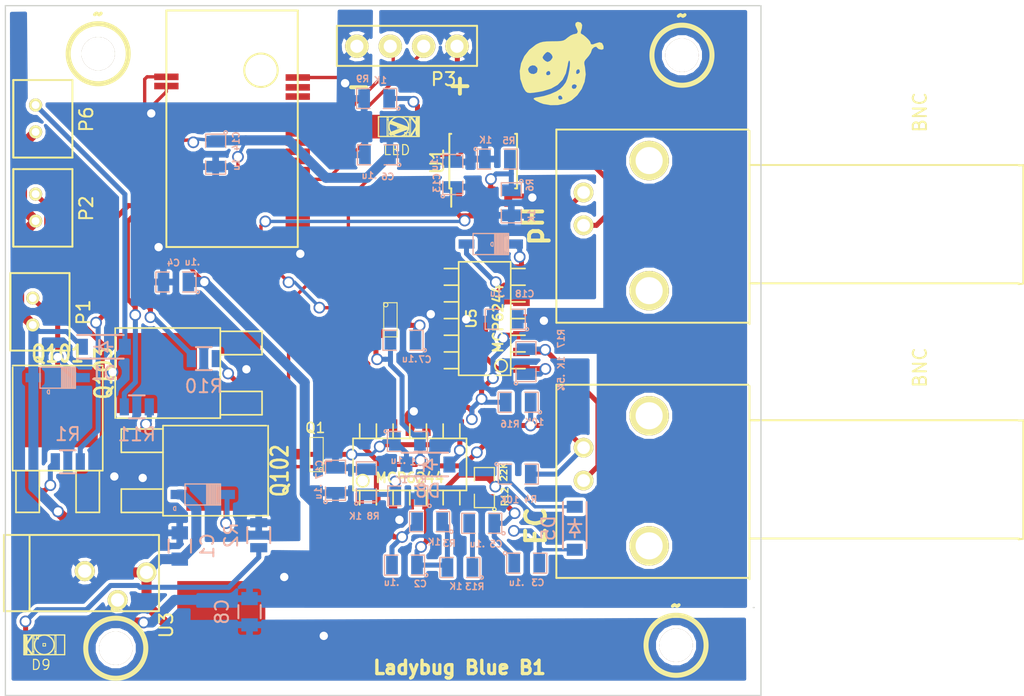
<source format=kicad_pcb>
(kicad_pcb (version 4) (host pcbnew 4.0.1-stable)
  (layers (0 F.Cu signal) (31 B.Cu signal) (34 B.Paste user) (35 F.Paste user) (36 B.SilkS user) (37 F.SilkS user) (38 B.Mask user) (39 F.Mask user) (44 Edge.Cuts user))
  (net 0 "")
  (net 1 "/nRF51822/BLE LED")
  (net 2 /nRF51822/EC_VIN_AIN)
  (net 3 /nRF51822/EC_VOUT_AIN)
  (net 4 /nRF51822/FET_VIN_pin)
  (net 5 /nRF51822/FET_VOUT_pin)
  (net 6 /nRF51822/SWCLK)
  (net 7 /nRF51822/SWD)
  (net 8 /nRF51822/VGND_EC)
  (net 9 /nRF51822/VGND_pH)
  (net 10 /nRF51822/pH_AIN)
  (net 11 /sensors/EC/AC/G1)
  (net 12 /sensors/EC/AC/W_Vin+)
  (net 13 /sensors/EC/AC/W_Vin-)
  (net 14 /sensors/EC/AC/W_Vout)
  (net 15 /sensors/EC/AC/f1)
  (net 16 /sensors/EC/Rectify/EC_VIN)
  (net 17 /sensors/EC/Rectify/R_VIN_-)
  (net 18 /sensors/EC/Rectify/R_VIN_out)
  (net 19 /sensors/EC/Rectify_VOUT/EC_VOUT)
  (net 20 /sensors/EC/Rectify_VOUT/R_VOUT_-)
  (net 21 /sensors/EC/Rectify_VOUT/R_VOUT_OUT)
  (net 22 /sensors/EC_ProbeIN)
  (net 23 /sensors/pH_ProbeIN)
  (net 24 GND)
  (net 25 "Net-(D3-Pad2)")
  (net 26 "Net-(R5-Pad2)")
  (net 27 "Net-(R7-Pad2)")
  (net 28 "Net-(U2-Pad16)")
  (net 29 "Net-(U2-Pad15)")
  (net 30 "Net-(U2-Pad6)")
  (net 31 "Net-(U2-Pad7)")
  (net 32 "Net-(U2-Pad8)")
  (net 33 "Net-(U2-Pad9)")
  (net 34 "Net-(U2-Pad41)")
  (net 35 "Net-(U2-Pad40)")
  (net 36 "Net-(U2-Pad39)")
  (net 37 "Net-(U2-Pad38)")
  (net 38 "Net-(U2-Pad37)")
  (net 39 "Net-(U2-Pad34)")
  (net 40 "Net-(U2-Pad33)")
  (net 41 "Net-(U2-Pad32)")
  (net 42 "Net-(U2-Pad30)")
  (net 43 "Net-(U2-Pad29)")
  (net 44 "Net-(U2-Pad4)")
  (net 45 "Net-(U2-Pad5)")
  (net 46 pumpPWR)
  (net 47 µPWR)
  (net 48 /Pumps/pump3)
  (net 49 /Pumps/pump1)
  (net 50 /Pumps/pump2)
  (net 51 "Net-(D9-Pad2)")
  (net 52 "Net-(Q101-Pad1)")
  (net 53 "Net-(Q102-Pad1)")
  (net 54 "Net-(Q103-Pad1)")
  (net 55 /Pumps/pump1_pin)
  (net 56 /Pumps/pump3_pin)
  (net 57 /Pumps/pump2_pin)
  (net 58 "Net-(U2-Pad18)")
  (net 59 "Net-(U2-Pad28)")
  (net 60 "Net-(U2-Pad27)")
  (net 61 "Net-(U2-Pad26)")
  (module SM0805 (layer B.Cu) (at 159.0225 180.18 180)
    (fp_text reference R16 (at 0.61976 -1.6637 180) (layer B.SilkS) (effects (font (size 0.50038 0.50038) (thickness 0.10922)) (justify mirror)))
    (fp_text value 10K (at -1.2446 -1.50876 180) (layer B.SilkS) (effects (font (size 0.50038 0.50038) (thickness 0.10922)) (justify mirror)))
    (pad 1 smd rect (at -0.9525 0 180) (size 0.889 1.397) (layers B.Cu B.Paste B.Mask) (net 8 /nRF51822/VGND_EC))
    (pad 2 smd rect (at 0.9525 0 180) (size 0.889 1.397) (layers B.Cu B.Paste B.Mask) (net 16 /sensors/EC/Rectify/EC_VIN))
  )
  (module Resistors_SMD:R_0805 (layer B.Cu) (at 139.28 190.3 270)
    (fp_text reference R2 (at 0 2.1 270) (layer B.SilkS) (effects (justify mirror)))
    (fp_text value 330 hide)
    (pad 1 smd rect (at -0.95 0 270) (size 0.7 1.3) (layers B.Cu B.Paste B.Mask) (net 24 GND))
    (pad 2 smd rect (at 0.95 0 270) (size 0.7 1.3) (layers B.Cu B.Paste B.Mask) (net 51 "Net-(D9-Pad2)"))
  )
  (module SM0805 (layer B.Cu) (at 132.98 171.03 180)
    (fp_text reference C4 (at 0.19304 1.45542 180) (layer B.SilkS) (effects (font (size 0.50038 0.50038) (thickness 0.10922)) (justify mirror)))
    (fp_text value .1u (at -1.24714 1.52654 180) (layer B.SilkS) (effects (font (size 0.50038 0.50038) (thickness 0.10922)) (justify mirror)))
    (pad 1 smd rect (at -0.9525 0 180) (size 0.889 1.397) (layers B.Cu B.Paste B.Mask) (net 47 µPWR))
    (pad 2 smd rect (at 0.9525 0 180) (size 0.889 1.397) (layers B.Cu B.Paste B.Mask) (net 24 GND))
  )
  (module Capacitors_SMD:C_0805 (layer B.Cu) (at 133.27 191.12 90)
    (fp_text reference C1 (at 0 2.1 90) (layer B.SilkS) (effects (justify mirror)))
    (fp_text value .1u hide)
    (pad 1 smd rect (at -1 0 90) (size 1 1.25) (layers B.Cu B.Paste B.Mask) (net 46 pumpPWR))
    (pad 2 smd rect (at 1 0 90) (size 1 1.25) (layers B.Cu B.Paste B.Mask) (net 24 GND))
  )
  (module LettuceBuddy:LB_BarrelJack (layer F.Cu) (at 119.84 190.33)
    (fp_text reference CON1 hide)
    (fp_text value BARREL_JACK hide)
    (pad 2 thru_hole circle (at 6.2 2.7 180) (size 1.524 1.524) (drill 1.016) (layers *.Cu *.Mask F.SilkS) (net 24 GND))
    (pad 3 thru_hole circle (at 8.7 4.9 180) (size 1.524 1.524) (drill 1.016) (layers *.Cu *.Mask F.SilkS) (net 24 GND))
    (pad 1 thru_hole circle (at 10.9 2.8 180) (size 1.524 1.524) (drill 1.016) (layers *.Cu *.Mask F.SilkS) (net 46 pumpPWR))
  )
  (module LB_BNC (layer F.Cu) (at 164.00018 186.13882 90)
    (fp_text reference P5 hide)
    (fp_text value BNC (at 8.6 25.6 90) (layer F.SilkS))
    (pad 1 thru_hole circle (at 0 0 90) (size 1.5 1.5) (drill 0.98) (layers *.Cu *.Mask F.SilkS) (net 22 /sensors/EC_ProbeIN))
    (pad 2 thru_hole circle (at 2.5 0 90) (size 1.5 1.5) (drill 0.97) (layers *.Cu *.Mask F.SilkS) (net 8 /nRF51822/VGND_EC))
    (pad 4 thru_hole circle (at 4.9284 4.99144 90) (size 3 3) (drill 2.06) (layers *.Cu *.Mask F.SilkS))
    (pad 3 thru_hole circle (at -4.9716 4.99144 90) (size 3 3) (drill 2.06) (layers *.Cu *.Mask F.SilkS))
  )
  (module LB_BNC (layer F.Cu) (at 164.00018 166.71798 90)
    (fp_text reference P4 hide)
    (fp_text value BNC (at 8.6 25.6 90) (layer F.SilkS))
    (pad 1 thru_hole circle (at 0 0 90) (size 1.5 1.5) (drill 0.98) (layers *.Cu *.Mask F.SilkS) (net 23 /sensors/pH_ProbeIN))
    (pad 2 thru_hole circle (at 2.5 0 90) (size 1.5 1.5) (drill 0.97) (layers *.Cu *.Mask F.SilkS) (net 9 /nRF51822/VGND_pH))
    (pad 4 thru_hole circle (at 4.9284 4.99144 90) (size 3 3) (drill 2.06) (layers *.Cu *.Mask F.SilkS))
    (pad 3 thru_hole circle (at -4.9716 4.99144 90) (size 3 3) (drill 2.06) (layers *.Cu *.Mask F.SilkS))
  )
  (module SOD-123 (layer B.Cu) (at 156.94 168.14)
    (fp_text reference D7 hide)
    (fp_text value D (at 0.09398 0.03302) (layer B.SilkS) (effects (font (size 0.29972 0.29972) (thickness 0.0762)) (justify mirror)))
    (pad 1 smd rect (at -1.84912 0) (size 1.19888 0.70104) (layers B.Cu B.Paste B.Mask) (net 20 /sensors/EC/Rectify_VOUT/R_VOUT_-) (clearance 0.14986))
    (pad 2 smd rect (at 1.84912 0) (size 1.19888 0.70104) (layers B.Cu B.Paste B.Mask) (net 21 /sensors/EC/Rectify_VOUT/R_VOUT_OUT) (clearance 0.14986))
  )
  (module SOD-123 (layer B.Cu) (at 123.98 178.31)
    (fp_text reference D2 hide)
    (fp_text value D (at -0.70104 1.09982) (layer B.SilkS) (effects (font (size 0.29972 0.29972) (thickness 0.0762)) (justify mirror)))
    (pad 1 smd rect (at -1.84912 0) (size 1.19888 0.70104) (layers B.Cu B.Paste B.Mask) (net 46 pumpPWR) (clearance 0.14986))
    (pad 2 smd rect (at 1.84912 0) (size 1.19888 0.70104) (layers B.Cu B.Paste B.Mask) (net 49 /Pumps/pump1) (clearance 0.14986))
  )
  (module SOD-123 (layer B.Cu) (at 135.02 187.2)
    (fp_text reference D6 hide)
    (fp_text value D (at -2.1336 1.08458) (layer B.SilkS) (effects (font (size 0.29972 0.29972) (thickness 0.0762)) (justify mirror)))
    (pad 1 smd rect (at -1.84912 0) (size 1.19888 0.70104) (layers B.Cu B.Paste B.Mask) (net 46 pumpPWR) (clearance 0.14986))
    (pad 2 smd rect (at 1.84912 0) (size 1.19888 0.70104) (layers B.Cu B.Paste B.Mask) (net 50 /Pumps/pump2) (clearance 0.14986))
  )
  (module SM0805 (layer F.Cu) (at 156.45384 186.67476 90)
    (fp_text reference R12 (at -0.6985 1.55702 90) (layer F.SilkS) (effects (font (size 0.50038 0.50038) (thickness 0.10922))))
    (fp_text value 22K (at 1.19634 1.47574 90) (layer F.SilkS) (effects (font (size 0.50038 0.50038) (thickness 0.10922))))
    (pad 1 smd rect (at -0.9525 0 90) (size 0.889 1.397) (layers F.Cu F.Paste F.Mask) (net 14 /sensors/EC/AC/W_Vout))
    (pad 2 smd rect (at 0.9525 0 90) (size 0.889 1.397) (layers F.Cu F.Paste F.Mask) (net 13 /sensors/EC/AC/W_Vin-))
  )
  (module SM0805 (layer B.Cu) (at 150.37308 192.57264 180)
    (fp_text reference C2 (at -1.20142 -1.42494 180) (layer B.SilkS) (effects (font (size 0.50038 0.50038) (thickness 0.10922)) (justify mirror)))
    (fp_text value .1u (at 0.98552 -1.31826 180) (layer B.SilkS) (effects (font (size 0.50038 0.50038) (thickness 0.10922)) (justify mirror)))
    (pad 1 smd rect (at -0.9525 0 180) (size 0.889 1.397) (layers B.Cu B.Paste B.Mask) (net 12 /sensors/EC/AC/W_Vin+))
    (pad 2 smd rect (at 0.9525 0 180) (size 0.889 1.397) (layers B.Cu B.Paste B.Mask) (net 8 /nRF51822/VGND_EC))
  )
  (module SM0805 (layer B.Cu) (at 159.6771 192.42532)
    (fp_text reference C3 (at 0.84074 1.48336) (layer B.SilkS) (effects (font (size 0.50038 0.50038) (thickness 0.10922)) (justify mirror)))
    (fp_text value .1u (at -0.77724 1.46558) (layer B.SilkS) (effects (font (size 0.50038 0.50038) (thickness 0.10922)) (justify mirror)))
    (pad 1 smd rect (at -0.9525 0) (size 0.889 1.397) (layers B.Cu B.Paste B.Mask) (net 14 /sensors/EC/AC/W_Vout))
    (pad 2 smd rect (at 0.9525 0) (size 0.889 1.397) (layers B.Cu B.Paste B.Mask) (net 11 /sensors/EC/AC/G1))
  )
  (module SM0805 (layer B.Cu) (at 156.25064 189.39256 180)
    (fp_text reference C5 (at -1.08458 -1.58242 180) (layer B.SilkS) (effects (font (size 0.50038 0.50038) (thickness 0.10922)) (justify mirror)))
    (fp_text value .1u (at 0.33782 -1.56464 180) (layer B.SilkS) (effects (font (size 0.50038 0.50038) (thickness 0.10922)) (justify mirror)))
    (pad 1 smd rect (at -0.9525 0 180) (size 0.889 1.397) (layers B.Cu B.Paste B.Mask) (net 14 /sensors/EC/AC/W_Vout))
    (pad 2 smd rect (at 0.9525 0 180) (size 0.889 1.397) (layers B.Cu B.Paste B.Mask) (net 15 /sensors/EC/AC/f1))
  )
  (module SM0805 (layer B.Cu) (at 154.59202 192.75552 180)
    (fp_text reference R13 (at -1.12522 -1.45542 180) (layer B.SilkS) (effects (font (size 0.50038 0.50038) (thickness 0.10922)) (justify mirror)))
    (fp_text value 1K (at 0.31496 -1.43764 180) (layer B.SilkS) (effects (font (size 0.50038 0.50038) (thickness 0.10922)) (justify mirror)))
    (pad 1 smd rect (at -0.9525 0 180) (size 0.889 1.397) (layers B.Cu B.Paste B.Mask) (net 15 /sensors/EC/AC/f1))
    (pad 2 smd rect (at 0.9525 0 180) (size 0.889 1.397) (layers B.Cu B.Paste B.Mask) (net 12 /sensors/EC/AC/W_Vin+))
  )
  (module SM0805 (layer B.Cu) (at 159.03 185.65)
    (fp_text reference R4 (at 0.94234 1.91516) (layer B.SilkS) (effects (font (size 0.50038 0.50038) (thickness 0.10922)) (justify mirror)))
    (fp_text value 10K (at -0.66294 1.9558) (layer B.SilkS) (effects (font (size 0.50038 0.50038) (thickness 0.10922)) (justify mirror)))
    (pad 1 smd rect (at -0.9525 0) (size 0.889 1.397) (layers B.Cu B.Paste B.Mask) (net 13 /sensors/EC/AC/W_Vin-))
    (pad 2 smd rect (at 0.9525 0) (size 0.889 1.397) (layers B.Cu B.Paste B.Mask) (net 8 /nRF51822/VGND_EC))
  )
  (module SM0805 (layer B.Cu) (at 159.61614 177.0888 90)
    (fp_text reference R17 (at 1.75514 2.6797 90) (layer B.SilkS) (effects (font (size 0.50038 0.50038) (thickness 0.10922)) (justify mirror)))
    (fp_text value "1K .5%" (at -0.91694 2.6797 90) (layer B.SilkS) (effects (font (size 0.50038 0.50038) (thickness 0.10922)) (justify mirror)))
    (pad 1 smd rect (at -0.9525 0 90) (size 0.889 1.397) (layers B.Cu B.Paste B.Mask) (net 19 /sensors/EC/Rectify_VOUT/EC_VOUT))
    (pad 2 smd rect (at 0.9525 0 90) (size 0.889 1.397) (layers B.Cu B.Paste B.Mask) (net 22 /sensors/EC_ProbeIN))
  )
  (module SM0805 (layer B.Cu) (at 158.0388 173.863 180)
    (fp_text reference C18 (at -1.48082 1.92786 180) (layer B.SilkS) (effects (font (size 0.50038 0.50038) (thickness 0.10922)) (justify mirror)))
    (fp_text value .1u (at 0.58674 1.9812 180) (layer B.SilkS) (effects (font (size 0.50038 0.50038) (thickness 0.10922)) (justify mirror)))
    (pad 1 smd rect (at -0.9525 0 180) (size 0.889 1.397) (layers B.Cu B.Paste B.Mask) (net 47 µPWR))
    (pad 2 smd rect (at 0.9525 0 180) (size 0.889 1.397) (layers B.Cu B.Paste B.Mask) (net 24 GND))
  )
  (module SM0805 (layer B.Cu) (at 150.5966 183.1594)
    (fp_text reference C11 (at 0.90678 1.55194) (layer B.SilkS) (effects (font (size 0.50038 0.50038) (thickness 0.10922)) (justify mirror)))
    (fp_text value .1u (at -0.6985 1.4478) (layer B.SilkS) (effects (font (size 0.50038 0.50038) (thickness 0.10922)) (justify mirror)))
    (pad 1 smd rect (at -0.9525 0) (size 0.889 1.397) (layers B.Cu B.Paste B.Mask) (net 17 /sensors/EC/Rectify/R_VIN_-))
    (pad 2 smd rect (at 0.9525 0) (size 0.889 1.397) (layers B.Cu B.Paste B.Mask) (net 8 /nRF51822/VGND_EC))
  )
  (module SM0805 (layer B.Cu) (at 150.25878 175.4632 180)
    (fp_text reference C7 (at -1.67386 -1.46304 180) (layer B.SilkS) (effects (font (size 0.50038 0.50038) (thickness 0.10922)) (justify mirror)))
    (fp_text value .1u (at -0.50292 -1.41732 180) (layer B.SilkS) (effects (font (size 0.50038 0.50038) (thickness 0.10922)) (justify mirror)))
    (pad 1 smd rect (at -0.9525 0 180) (size 0.889 1.397) (layers B.Cu B.Paste B.Mask) (net 20 /sensors/EC/Rectify_VOUT/R_VOUT_-))
    (pad 2 smd rect (at 0.9525 0 180) (size 0.889 1.397) (layers B.Cu B.Paste B.Mask) (net 8 /nRF51822/VGND_EC))
  )
  (module SM0805 (layer B.Cu) (at 152.2857 189.2681 180)
    (fp_text reference R3 (at -1.49352 -1.64846 180) (layer B.SilkS) (effects (font (size 0.50038 0.50038) (thickness 0.10922)) (justify mirror)))
    (fp_text value 1K (at -0.3556 -1.54432 180) (layer B.SilkS) (effects (font (size 0.50038 0.50038) (thickness 0.10922)) (justify mirror)))
    (pad 1 smd rect (at -0.9525 0 180) (size 0.889 1.397) (layers B.Cu B.Paste B.Mask) (net 12 /sensors/EC/AC/W_Vin+))
    (pad 2 smd rect (at 0.9525 0 180) (size 0.889 1.397) (layers B.Cu B.Paste B.Mask) (net 8 /nRF51822/VGND_EC))
  )
  (module SM0805 (layer B.Cu) (at 150.62454 187.30468 180)
    (fp_text reference R7 (at -0.95546 1.27468 180) (layer B.SilkS) (effects (font (size 0.50038 0.50038) (thickness 0.10922)) (justify mirror)))
    (fp_text value 1K (at 0.48454 1.23468 180) (layer B.SilkS) (effects (font (size 0.50038 0.50038) (thickness 0.10922)) (justify mirror)))
    (pad 1 smd rect (at -0.9525 0 180) (size 0.889 1.397) (layers B.Cu B.Paste B.Mask) (net 47 µPWR))
    (pad 2 smd rect (at 0.9525 0 180) (size 0.889 1.397) (layers B.Cu B.Paste B.Mask) (net 27 "Net-(R7-Pad2)"))
  )
  (module SM0805 (layer B.Cu) (at 147.46986 186.24042 90)
    (fp_text reference R8 (at -2.60858 0.51562 180) (layer B.SilkS) (effects (font (size 0.50038 0.50038) (thickness 0.10922)) (justify mirror)))
    (fp_text value 1K (at -2.60858 -0.83058 180) (layer B.SilkS) (effects (font (size 0.50038 0.50038) (thickness 0.10922)) (justify mirror)))
    (pad 1 smd rect (at -0.9525 0 90) (size 0.889 1.397) (layers B.Cu B.Paste B.Mask) (net 27 "Net-(R7-Pad2)"))
    (pad 2 smd rect (at 0.9525 0 90) (size 0.889 1.397) (layers B.Cu B.Paste B.Mask) (net 24 GND))
  )
  (module SM0805 (layer B.Cu) (at 145.12036 186.12104 90)
    (fp_text reference C17 (at 0.82104 -1.22036 90) (layer B.SilkS) (effects (font (size 0.50038 0.50038) (thickness 0.10922)) (justify mirror)))
    (fp_text value .1u (at -0.87896 -1.32036 90) (layer B.SilkS) (effects (font (size 0.50038 0.50038) (thickness 0.10922)) (justify mirror)))
    (pad 1 smd rect (at -0.9525 0 90) (size 0.889 1.397) (layers B.Cu B.Paste B.Mask) (net 47 µPWR))
    (pad 2 smd rect (at 0.9525 0 90) (size 0.889 1.397) (layers B.Cu B.Paste B.Mask) (net 24 GND))
  )
  (module SM0805 (layer B.Cu) (at 157.4419 161.67354)
    (fp_text reference R5 (at 0.8763 -1.39954) (layer B.SilkS) (effects (font (size 0.50038 0.50038) (thickness 0.10922)) (justify mirror)))
    (fp_text value 1K (at -0.9017 -1.45034) (layer B.SilkS) (effects (font (size 0.50038 0.50038) (thickness 0.10922)) (justify mirror)))
    (pad 1 smd rect (at -0.9525 0) (size 0.889 1.397) (layers B.Cu B.Paste B.Mask) (net 47 µPWR))
    (pad 2 smd rect (at 0.9525 0) (size 0.889 1.397) (layers B.Cu B.Paste B.Mask) (net 26 "Net-(R5-Pad2)"))
  )
  (module SM0805 (layer B.Cu) (at 158.50108 165.00348 270)
    (fp_text reference R6 (at -1.35128 -1.41732 270) (layer B.SilkS) (effects (font (size 0.50038 0.50038) (thickness 0.10922)) (justify mirror)))
    (fp_text value 1K (at 0.99822 -1.54432 270) (layer B.SilkS) (effects (font (size 0.50038 0.50038) (thickness 0.10922)) (justify mirror)))
    (pad 1 smd rect (at -0.9525 0 270) (size 0.889 1.397) (layers B.Cu B.Paste B.Mask) (net 26 "Net-(R5-Pad2)"))
    (pad 2 smd rect (at 0.9525 0 270) (size 0.889 1.397) (layers B.Cu B.Paste B.Mask) (net 24 GND))
  )
  (module SM0805 (layer B.Cu) (at 148.31568 161.35096 180)
    (fp_text reference C6 (at -0.78486 -1.6637 180) (layer B.SilkS) (effects (font (size 0.50038 0.50038) (thickness 0.10922)) (justify mirror)))
    (fp_text value .1u (at 0.6223 -1.56972 180) (layer B.SilkS) (effects (font (size 0.50038 0.50038) (thickness 0.10922)) (justify mirror)))
    (pad 1 smd rect (at -0.9525 0 180) (size 0.889 1.397) (layers B.Cu B.Paste B.Mask) (net 47 µPWR))
    (pad 2 smd rect (at 0.9525 0 180) (size 0.889 1.397) (layers B.Cu B.Paste B.Mask) (net 24 GND))
  )
  (module SM0805 (layer B.Cu) (at 154.05 162.85 90)
    (fp_text reference C13 (at -0.63754 -1.22174 90) (layer B.SilkS) (effects (font (size 0.50038 0.50038) (thickness 0.10922)) (justify mirror)))
    (fp_text value .1u (at 0.8636 -1.4097 90) (layer B.SilkS) (effects (font (size 0.50038 0.50038) (thickness 0.10922)) (justify mirror)))
    (pad 1 smd rect (at -0.9525 0 90) (size 0.889 1.397) (layers B.Cu B.Paste B.Mask) (net 24 GND))
    (pad 2 smd rect (at 0.9525 0 90) (size 0.889 1.397) (layers B.Cu B.Paste B.Mask) (net 47 µPWR))
  )
  (module LB_MCP6244 (layer F.Cu) (at 156.4767 173.8122 90)
    (fp_text reference U5 (at 0 -1.016 90) (layer F.SilkS) (effects (font (size 0.7493 0.7493) (thickness 0.14986))))
    (fp_text value MCP6244 (at 0 1.016 90) (layer F.SilkS) (effects (font (size 0.7493 0.7493) (thickness 0.14986))))
    (pad 1 smd rect (at -3.81 2.794 90) (size 0.635 1.27) (layers F.Cu F.Paste F.Mask) (net 19 /sensors/EC/Rectify_VOUT/EC_VOUT))
    (pad 2 smd rect (at -2.54 2.794 90) (size 0.635 1.27) (layers F.Cu F.Paste F.Mask) (net 22 /sensors/EC_ProbeIN))
    (pad 3 smd rect (at -1.27 2.794 90) (size 0.635 1.27) (layers F.Cu F.Paste F.Mask) (net 16 /sensors/EC/Rectify/EC_VIN))
    (pad 4 smd rect (at 0 2.794 90) (size 0.635 1.27) (layers F.Cu F.Paste F.Mask) (net 47 µPWR))
    (pad 5 smd rect (at 1.27 2.794 90) (size 0.635 1.27) (layers F.Cu F.Paste F.Mask) (net 19 /sensors/EC/Rectify_VOUT/EC_VOUT))
    (pad 6 smd rect (at 2.54 2.794 90) (size 0.635 1.27) (layers F.Cu F.Paste F.Mask) (net 20 /sensors/EC/Rectify_VOUT/R_VOUT_-))
    (pad 7 smd rect (at 3.81 2.794 90) (size 0.635 1.27) (layers F.Cu F.Paste F.Mask) (net 21 /sensors/EC/Rectify_VOUT/R_VOUT_OUT))
    (pad 8 smd rect (at 3.81 -2.794 90) (size 0.635 1.27) (layers F.Cu F.Paste F.Mask) (net 3 /nRF51822/EC_VOUT_AIN))
    (pad 9 smd rect (at 2.54 -2.794 90) (size 0.635 1.27) (layers F.Cu F.Paste F.Mask) (net 3 /nRF51822/EC_VOUT_AIN))
    (pad 10 smd rect (at 1.27 -2.794 90) (size 0.635 1.27) (layers F.Cu F.Paste F.Mask) (net 20 /sensors/EC/Rectify_VOUT/R_VOUT_-))
    (pad 11 smd rect (at 0 -2.794 90) (size 0.635 1.27) (layers F.Cu F.Paste F.Mask) (net 24 GND))
    (pad 12 smd rect (at -1.27 -2.794 90) (size 0.635 1.27) (layers F.Cu F.Paste F.Mask))
    (pad 13 smd rect (at -2.54 -2.794 90) (size 0.635 1.27) (layers F.Cu F.Paste F.Mask))
    (pad 14 smd rect (at -3.81 -2.794 90) (size 0.635 1.27) (layers F.Cu F.Paste F.Mask))
  )
  (module LB_MCP6244 (layer F.Cu) (at 150.7744 184.912)
    (fp_text reference U4 hide)
    (fp_text value MCP6244 (at 0 1.016) (layer F.SilkS) (effects (font (size 0.7493 0.7493) (thickness 0.14986))))
    (pad 1 smd rect (at -3.81 2.794) (size 0.635 1.27) (layers F.Cu F.Paste F.Mask) (net 8 /nRF51822/VGND_EC))
    (pad 2 smd rect (at -2.54 2.794) (size 0.635 1.27) (layers F.Cu F.Paste F.Mask) (net 8 /nRF51822/VGND_EC))
    (pad 3 smd rect (at -1.27 2.794) (size 0.635 1.27) (layers F.Cu F.Paste F.Mask) (net 27 "Net-(R7-Pad2)"))
    (pad 4 smd rect (at 0 2.794) (size 0.635 1.27) (layers F.Cu F.Paste F.Mask) (net 47 µPWR))
    (pad 5 smd rect (at 1.27 2.794) (size 0.635 1.27) (layers F.Cu F.Paste F.Mask) (net 12 /sensors/EC/AC/W_Vin+))
    (pad 6 smd rect (at 2.54 2.794) (size 0.635 1.27) (layers F.Cu F.Paste F.Mask) (net 13 /sensors/EC/AC/W_Vin-))
    (pad 7 smd rect (at 3.81 2.794) (size 0.635 1.27) (layers F.Cu F.Paste F.Mask) (net 14 /sensors/EC/AC/W_Vout))
    (pad 8 smd rect (at 3.81 -2.794) (size 0.635 1.27) (layers F.Cu F.Paste F.Mask) (net 18 /sensors/EC/Rectify/R_VIN_out))
    (pad 9 smd rect (at 2.54 -2.794) (size 0.635 1.27) (layers F.Cu F.Paste F.Mask) (net 17 /sensors/EC/Rectify/R_VIN_-))
    (pad 10 smd rect (at 1.27 -2.794) (size 0.635 1.27) (layers F.Cu F.Paste F.Mask) (net 16 /sensors/EC/Rectify/EC_VIN))
    (pad 11 smd rect (at 0 -2.794) (size 0.635 1.27) (layers F.Cu F.Paste F.Mask) (net 24 GND))
    (pad 12 smd rect (at -1.27 -2.794) (size 0.635 1.27) (layers F.Cu F.Paste F.Mask) (net 17 /sensors/EC/Rectify/R_VIN_-))
    (pad 13 smd rect (at -2.54 -2.794) (size 0.635 1.27) (layers F.Cu F.Paste F.Mask) (net 2 /nRF51822/EC_VIN_AIN))
    (pad 14 smd rect (at -3.81 -2.794) (size 0.635 1.27) (layers F.Cu F.Paste F.Mask) (net 2 /nRF51822/EC_VIN_AIN))
  )
  (module LB_MOSFET (layer F.Cu) (at 143.68018 184.12968 90)
    (fp_text reference Q1 (at 1.99898 -0.09906 180) (layer F.SilkS) (effects (font (size 0.762 0.762) (thickness 0.11938))))
    (fp_text value LB_MOSFET_N hide)
    (pad D smd rect (at 0 -1.09982 90) (size 0.8001 1.00076) (layers F.Cu F.Paste F.Mask) (net 17 /sensors/EC/Rectify/R_VIN_-))
    (pad S smd rect (at 0.9525 1.09982 90) (size 0.8001 1.00076) (layers F.Cu F.Paste F.Mask) (net 8 /nRF51822/VGND_EC))
    (pad G smd rect (at -0.9525 1.09982 90) (size 0.8001 1.00076) (layers F.Cu F.Paste F.Mask) (net 4 /nRF51822/FET_VIN_pin))
  )
  (module LB_MOSFET (layer F.Cu) (at 149.3012 173.9392 270)
    (fp_text reference Q4 hide)
    (fp_text value LB_MOSFET_N hide)
    (pad D smd rect (at 0 -1.09982 270) (size 0.8001 1.00076) (layers F.Cu F.Paste F.Mask) (net 20 /sensors/EC/Rectify_VOUT/R_VOUT_-))
    (pad S smd rect (at 0.9525 1.09982 270) (size 0.8001 1.00076) (layers F.Cu F.Paste F.Mask) (net 8 /nRF51822/VGND_EC))
    (pad G smd rect (at -0.9525 1.09982 270) (size 0.8001 1.00076) (layers F.Cu F.Paste F.Mask) (net 5 /nRF51822/FET_VOUT_pin))
  )
  (module SM0805 (layer B.Cu) (at 136 161.3 270)
    (fp_text reference C14 (at -0.98806 -1.55702 270) (layer B.SilkS) (effects (font (size 0.50038 0.50038) (thickness 0.10922)) (justify mirror)))
    (fp_text value 1u (at 0.79248 -1.55702 270) (layer B.SilkS) (effects (font (size 0.50038 0.50038) (thickness 0.10922)) (justify mirror)))
    (pad 1 smd rect (at -0.9525 0 270) (size 0.889 1.397) (layers B.Cu B.Paste B.Mask) (net 47 µPWR))
    (pad 2 smd rect (at 0.9525 0 270) (size 0.889 1.397) (layers B.Cu B.Paste B.Mask) (net 24 GND))
  )
  (module SM0805 (layer B.Cu) (at 148.25218 157.06344 180)
    (fp_text reference R9 (at 1.0668 1.49352 180) (layer B.SilkS) (effects (font (size 0.50038 0.50038) (thickness 0.10922)) (justify mirror)))
    (fp_text value 1K (at -0.28448 1.38684 180) (layer B.SilkS) (effects (font (size 0.50038 0.50038) (thickness 0.10922)) (justify mirror)))
    (pad 1 smd rect (at -0.9525 0 180) (size 0.889 1.397) (layers B.Cu B.Paste B.Mask) (net 25 "Net-(D3-Pad2)"))
    (pad 2 smd rect (at 0.9525 0 180) (size 0.889 1.397) (layers B.Cu B.Paste B.Mask) (net 24 GND))
  )
  (module LB_LED-1206 (layer F.Cu) (at 149.94128 159.20466)
    (fp_text reference D3 hide)
    (fp_text value LED (at -0.15748 1.78054) (layer F.SilkS) (effects (font (size 0.762 0.762) (thickness 0.0889))))
    (pad 1 smd rect (at -1.41986 0) (size 1.59766 1.80086) (layers F.Cu F.Paste F.Mask) (net 1 "/nRF51822/BLE LED"))
    (pad 2 smd rect (at 1.41986 0) (size 1.59766 1.80086) (layers F.Cu F.Paste F.Mask) (net 25 "Net-(D3-Pad2)"))
  )
  (module LB_MDBT40 (layer F.Cu) (at 139.45108 154.91714)
    (fp_text reference U2 hide)
    (fp_text value MDBT40 hide)
    (pad 17 smd rect (at -3.5 13.55) (size 0.5 1.85) (layers F.Cu F.Paste F.Mask) (net 4 /nRF51822/FET_VIN_pin))
    (pad 16 smd rect (at -4.2 13.55) (size 0.5 1.85) (layers F.Cu F.Paste F.Mask) (net 28 "Net-(U2-Pad16)"))
    (pad 15 smd rect (at -4.9 13.55) (size 0.5 1.85) (layers F.Cu F.Paste F.Mask) (net 29 "Net-(U2-Pad15)"))
    (pad 14 smd rect (at -5.6 13.55) (size 0.5 1.85) (layers F.Cu F.Paste F.Mask) (net 47 µPWR))
    (pad 1 smd rect (at -7.2 0.5) (size 1.85 0.5) (layers F.Cu F.Paste F.Mask) (net 24 GND))
    (pad 2 smd rect (at -7.2 1.2) (size 1.85 0.5) (layers F.Cu F.Paste F.Mask) (net 24 GND))
    (pad 3 smd rect (at -7.15 5.4) (size 1.85 0.5) (layers F.Cu F.Paste F.Mask) (net 47 µPWR))
    (pad 4 smd rect (at -7.15 6.1) (size 1.85 0.5) (layers F.Cu F.Paste F.Mask) (net 44 "Net-(U2-Pad4)"))
    (pad 5 smd rect (at -7.15 6.8) (size 1.85 0.5) (layers F.Cu F.Paste F.Mask) (net 45 "Net-(U2-Pad5)"))
    (pad 6 smd rect (at -7.15 7.5) (size 1.85 0.5) (layers F.Cu F.Paste F.Mask) (net 30 "Net-(U2-Pad6)"))
    (pad 7 smd rect (at -7.15 8.2) (size 1.85 0.5) (layers F.Cu F.Paste F.Mask) (net 31 "Net-(U2-Pad7)"))
    (pad 8 smd rect (at -7.15 8.9) (size 1.85 0.5) (layers F.Cu F.Paste F.Mask) (net 32 "Net-(U2-Pad8)"))
    (pad 9 smd rect (at -7.15 9.6) (size 1.85 0.5) (layers F.Cu F.Paste F.Mask) (net 33 "Net-(U2-Pad9)"))
    (pad 10 smd rect (at -7.15 10.3) (size 1.85 0.5) (layers F.Cu F.Paste F.Mask) (net 55 /Pumps/pump1_pin))
    (pad 11 smd rect (at -7.15 11) (size 1.85 0.5) (layers F.Cu F.Paste F.Mask) (net 57 /Pumps/pump2_pin))
    (pad 12 smd rect (at -7.15 11.7) (size 1.85 0.5) (layers F.Cu F.Paste F.Mask) (net 56 /Pumps/pump3_pin))
    (pad 42 smd rect (at 2.8 0.55) (size 1.85 0.5) (layers F.Cu F.Paste F.Mask) (net 24 GND))
    (pad 41 smd rect (at 2.8 1.3) (size 1.85 0.5) (layers F.Cu F.Paste F.Mask) (net 34 "Net-(U2-Pad41)"))
    (pad 40 smd rect (at 2.8 2) (size 1.85 0.5) (layers F.Cu F.Paste F.Mask) (net 35 "Net-(U2-Pad40)"))
    (pad 39 smd rect (at 2.8 2.7) (size 1.85 0.5) (layers F.Cu F.Paste F.Mask) (net 36 "Net-(U2-Pad39)"))
    (pad 38 smd rect (at 2.8 3.4) (size 1.85 0.5) (layers F.Cu F.Paste F.Mask) (net 37 "Net-(U2-Pad38)"))
    (pad 37 smd rect (at 2.8 4.1) (size 1.85 0.5) (layers F.Cu F.Paste F.Mask) (net 38 "Net-(U2-Pad37)"))
    (pad 36 smd rect (at 2.8 4.8) (size 1.85 0.5) (layers F.Cu F.Paste F.Mask) (net 6 /nRF51822/SWCLK))
    (pad 35 smd rect (at 2.8 5.5) (size 1.85 0.5) (layers F.Cu F.Paste F.Mask) (net 7 /nRF51822/SWD))
    (pad 34 smd rect (at 2.8 6.2) (size 1.85 0.5) (layers F.Cu F.Paste F.Mask) (net 39 "Net-(U2-Pad34)"))
    (pad 33 smd rect (at 2.8 6.9) (size 1.85 0.5) (layers F.Cu F.Paste F.Mask) (net 40 "Net-(U2-Pad33)"))
    (pad 32 smd rect (at 2.8 7.6) (size 1.85 0.5) (layers F.Cu F.Paste F.Mask) (net 41 "Net-(U2-Pad32)"))
    (pad 31 smd rect (at 2.8 8.3) (size 1.85 0.5) (layers F.Cu F.Paste F.Mask) (net 1 "/nRF51822/BLE LED"))
    (pad 30 smd rect (at 2.8 9) (size 1.85 0.5) (layers F.Cu F.Paste F.Mask) (net 42 "Net-(U2-Pad30)"))
    (pad 29 smd rect (at 2.8 9.7) (size 1.85 0.5) (layers F.Cu F.Paste F.Mask) (net 43 "Net-(U2-Pad29)"))
    (pad 28 smd rect (at 2.8 10.4) (size 1.85 0.5) (layers F.Cu F.Paste F.Mask) (net 59 "Net-(U2-Pad28)"))
    (pad 27 smd rect (at 2.8 11.1) (size 1.85 0.5) (layers F.Cu F.Paste F.Mask) (net 60 "Net-(U2-Pad27)"))
    (pad 26 smd rect (at 2.8 11.8) (size 1.85 0.5) (layers F.Cu F.Paste F.Mask) (net 61 "Net-(U2-Pad26)"))
    (pad 18 smd rect (at -2.8 13.55) (size 0.5 1.85) (layers F.Cu F.Paste F.Mask) (net 58 "Net-(U2-Pad18)"))
    (pad 19 smd rect (at -2.1 13.55) (size 0.5 1.85) (layers F.Cu F.Paste F.Mask) (net 8 /nRF51822/VGND_EC))
    (pad 20 smd rect (at -1.4 13.55) (size 0.5 1.85) (layers F.Cu F.Paste F.Mask) (net 2 /nRF51822/EC_VIN_AIN))
    (pad 21 smd rect (at -0.7 13.55) (size 0.5 1.85) (layers F.Cu F.Paste F.Mask) (net 3 /nRF51822/EC_VOUT_AIN))
    (pad 22 smd rect (at 0 13.55) (size 0.5 1.85) (layers F.Cu F.Paste F.Mask) (net 9 /nRF51822/VGND_pH))
    (pad 23 smd rect (at 0.7 13.55) (size 0.5 1.85) (layers F.Cu F.Paste F.Mask) (net 10 /nRF51822/pH_AIN))
    (pad 24 smd rect (at 1.4 13.55) (size 0.5 1.85) (layers F.Cu F.Paste F.Mask) (net 5 /nRF51822/FET_VOUT_pin))
    (pad 25 smd rect (at 2.1 13.55) (size 0.5 1.85) (layers F.Cu F.Paste F.Mask) (net 24 GND))
    (pad 13 smd rect (at -6.3 13.55) (size 0.5 1.85) (layers F.Cu F.Paste F.Mask) (net 24 GND))
  )
  (module LOGO (layer F.Cu) (at 162.32 154.11)
    (fp_text reference G*** hide)
    (fp_text value LOGO hide)
  )
  (module LB_MOUNTING_HOLE (layer F.Cu) (at 127.0635 153.6573)
    (fp_text reference ~ (at 0 -3.048) (layer F.SilkS) (effects (font (size 1.016 1.016) (thickness 0.254))))
    (fp_text value P*** hide)
    (pad "" thru_hole circle (at 0 0) (size 2.54 2.54) (drill 2.54) (layers *.Cu F.SilkS))
  )
  (module LB_MOUNTING_HOLE (layer F.Cu) (at 171.4881 153.7716)
    (fp_text reference ~ (at 0 -3.048) (layer F.SilkS) (effects (font (size 1.016 1.016) (thickness 0.254))))
    (fp_text value P*** hide)
    (pad "" thru_hole circle (at 0 0) (size 2.54 2.54) (drill 2.54) (layers *.Cu F.SilkS))
  )
  (module LB_MOUNTING_HOLE (layer F.Cu) (at 128.4 198.9)
    (fp_text reference ~ (at 0 -3.048) (layer F.SilkS) (effects (font (size 1.016 1.016) (thickness 0.254))))
    (fp_text value P*** hide)
    (pad "" thru_hole circle (at 0 0) (size 2.54 2.54) (drill 2.54) (layers *.Cu F.SilkS))
  )
  (module LB_MOUNTING_HOLE (layer F.Cu) (at 171.03852 198.67626)
    (fp_text reference ~ (at 0 -3.048) (layer F.SilkS) (effects (font (size 1.016 1.016) (thickness 0.254))))
    (fp_text value P*** hide)
    (pad "" thru_hole circle (at 0 0) (size 2.54 2.54) (drill 2.54) (layers *.Cu F.SilkS))
  )
  (module Capacitors_SMD:C_0805 (layer B.Cu) (at 138.58 196.12 270)
    (fp_text reference C8 (at 0 2.1 270) (layer B.SilkS) (effects (justify mirror)))
    (fp_text value 10u hide)
    (pad 1 smd rect (at -1 0 270) (size 1 1.25) (layers B.Cu B.Paste B.Mask) (net 47 µPWR))
    (pad 2 smd rect (at 1 0 270) (size 1 1.25) (layers B.Cu B.Paste B.Mask) (net 24 GND))
  )
  (module Diodes_SMD:SOD-123 (layer B.Cu) (at 127.46 175.96)
    (fp_text reference D1 (at 0 2) (layer B.SilkS) (effects (justify mirror)))
    (fp_text value D hide)
    (pad 1 smd rect (at -1.635 0) (size 0.91 1.22) (layers B.Cu B.Paste B.Mask) (net 46 pumpPWR))
    (pad 2 smd rect (at 1.635 0) (size 0.91 1.22) (layers B.Cu B.Paste B.Mask) (net 48 /Pumps/pump3))
  )
  (module Diodes_SMD:SOD-123 (layer B.Cu) (at 163.33 189.77 270)
    (fp_text reference D5 (at 0 2 270) (layer B.SilkS) (effects (justify mirror)))
    (fp_text value D)
    (pad 1 smd rect (at -1.635 0 270) (size 0.91 1.22) (layers B.Cu B.Paste B.Mask) (net 13 /sensors/EC/AC/W_Vin-))
    (pad 2 smd rect (at 1.635 0 270) (size 0.91 1.22) (layers B.Cu B.Paste B.Mask) (net 11 /sensors/EC/AC/G1))
  )
  (module LettuceBuddy:LB_LED-1206 (layer F.Cu) (at 122.96 198.64 180)
    (fp_text reference D9 (at 0.254 -1.524 180) (layer F.SilkS) (effects (font (size 0.762 0.762) (thickness 0.0889))))
    (fp_text value LED hide)
    (pad 1 smd rect (at -1.41986 0 180) (size 1.59766 1.80086) (layers F.Cu F.Paste F.Mask) (net 47 µPWR))
    (pad 2 smd rect (at 1.41986 0 180) (size 1.59766 1.80086) (layers F.Cu F.Paste F.Mask) (net 51 "Net-(D9-Pad2)"))
  )
  (module LadybugHydro:PH_CONN_2_POS (layer F.Cu) (at 120.38 176.25 90)
    (fp_text reference P1 (at 2.91 5.56 90) (layer F.SilkS))
    (fp_text value CONN_01X02 hide)
    (pad 1 thru_hole circle (at 1.95 1.7 90) (size 1 1) (drill 0.6) (layers *.Cu *.Mask F.SilkS) (net 46 pumpPWR))
    (pad 2 thru_hole circle (at 4 1.7 90) (size 1 1) (drill 0.6) (layers *.Cu *.Mask F.SilkS) (net 49 /Pumps/pump1))
  )
  (module LadybugHydro:PH_CONN_2_POS (layer F.Cu) (at 120.6 168.34 90)
    (fp_text reference P2 (at 2.91 5.56 90) (layer F.SilkS))
    (fp_text value CONN_01X02 hide)
    (pad 1 thru_hole circle (at 1.95 1.7 90) (size 1 1) (drill 0.6) (layers *.Cu *.Mask F.SilkS) (net 46 pumpPWR))
    (pad 2 thru_hole circle (at 4 1.7 90) (size 1 1) (drill 0.6) (layers *.Cu *.Mask F.SilkS) (net 50 /Pumps/pump2))
  )
  (module LadybugHydro:PH_CONN_2_POS (layer F.Cu) (at 120.6 161.56 90)
    (fp_text reference P6 (at 2.91 5.56 90) (layer F.SilkS))
    (fp_text value CONN_01X02 hide)
    (pad 1 thru_hole circle (at 1.95 1.7 90) (size 1 1) (drill 0.6) (layers *.Cu *.Mask F.SilkS) (net 46 pumpPWR))
    (pad 2 thru_hole circle (at 4 1.7 90) (size 1 1) (drill 0.6) (layers *.Cu *.Mask F.SilkS) (net 48 /Pumps/pump3))
  )
  (module LadybugHydro:DPAK2 (layer F.Cu) (at 123.98 186.91)
    (fp_text reference Q101 (at 0 -10.414) (layer F.SilkS) (effects (font (size 1.27 1.016) (thickness 0.2032))))
    (fp_text value TIP122 hide)
    (pad 1 smd rect (at -2.286 0) (size 1.651 3.048) (layers F.Cu F.Paste F.Mask) (net 52 "Net-(Q101-Pad1)"))
    (pad 2 smd rect (at 0 -6.35) (size 6.096 6.096) (layers F.Cu F.Paste F.Mask) (net 49 /Pumps/pump1))
    (pad 3 smd rect (at 2.286 0) (size 1.651 3.048) (layers F.Cu F.Paste F.Mask) (net 24 GND))
  )
  (module LadybugHydro:DPAK2 (layer F.Cu) (at 130.47 185.39 270)
    (fp_text reference Q102 (at 0 -10.414 270) (layer F.SilkS) (effects (font (size 1.27 1.016) (thickness 0.2032))))
    (fp_text value TIP122 hide)
    (pad 1 smd rect (at -2.286 0 270) (size 1.651 3.048) (layers F.Cu F.Paste F.Mask) (net 53 "Net-(Q102-Pad1)"))
    (pad 2 smd rect (at 0 -6.35 270) (size 6.096 6.096) (layers F.Cu F.Paste F.Mask) (net 50 /Pumps/pump2))
    (pad 3 smd rect (at 2.286 0 270) (size 1.651 3.048) (layers F.Cu F.Paste F.Mask) (net 24 GND))
  )
  (module Resistors_SMD:R_0805 (layer B.Cu) (at 124.75 184.71 180)
    (fp_text reference R1 (at 0 2.1 180) (layer B.SilkS) (effects (justify mirror)))
    (fp_text value 2.2K hide)
    (pad 1 smd rect (at -0.95 0 180) (size 0.7 1.3) (layers B.Cu B.Paste B.Mask) (net 55 /Pumps/pump1_pin))
    (pad 2 smd rect (at 0.95 0 180) (size 0.7 1.3) (layers B.Cu B.Paste B.Mask) (net 52 "Net-(Q101-Pad1)"))
  )
  (module Resistors_SMD:R_0805 (layer B.Cu) (at 135.1 176.86)
    (fp_text reference R10 (at 0 2.1) (layer B.SilkS) (effects (justify mirror)))
    (fp_text value 2.2K hide)
    (pad 1 smd rect (at -0.95 0) (size 0.7 1.3) (layers B.Cu B.Paste B.Mask) (net 56 /Pumps/pump3_pin))
    (pad 2 smd rect (at 0.95 0) (size 0.7 1.3) (layers B.Cu B.Paste B.Mask) (net 54 "Net-(Q103-Pad1)"))
  )
  (module Resistors_SMD:R_0805 (layer B.Cu) (at 130 180.53)
    (fp_text reference R11 (at 0 2.1) (layer B.SilkS) (effects (justify mirror)))
    (fp_text value 2.2K hide)
    (pad 1 smd rect (at -0.95 0) (size 0.7 1.3) (layers B.Cu B.Paste B.Mask) (net 57 /Pumps/pump2_pin))
    (pad 2 smd rect (at 0.95 0) (size 0.7 1.3) (layers B.Cu B.Paste B.Mask) (net 53 "Net-(Q102-Pad1)"))
  )
  (module Diodes_SMD:SOD-123 (layer B.Cu) (at 152.155 184.92)
    (fp_text reference D8 (at 0 2) (layer B.SilkS) (effects (justify mirror)))
    (fp_text value D)
    (pad 1 smd rect (at -1.635 0) (size 0.91 1.22) (layers B.Cu B.Paste B.Mask) (net 17 /sensors/EC/Rectify/R_VIN_-))
    (pad 2 smd rect (at 1.635 0) (size 0.91 1.22) (layers B.Cu B.Paste B.Mask) (net 18 /sensors/EC/Rectify/R_VIN_out))
  )
  (module LadybugHydro:DPAK (layer F.Cu) (at 136.48 197.2 90)
    (fp_text reference U3 (at 0.06 -4.24 90) (layer F.SilkS))
    (fp_text value LD1117 hide)
    (pad 2 smd rect (at 0.06 -0.05 90) (size 6.7 6.7) (layers F.Cu F.Paste F.Mask) (net 46 pumpPWR))
    (pad 1 smd rect (at -2.3 6.6 90) (size 1.6 3) (layers F.Cu F.Paste F.Mask) (net 24 GND))
    (pad 3 smd rect (at 2.3 6.6 90) (size 1.6 3) (layers F.Cu F.Paste F.Mask) (net 47 µPWR))
  )
  (module Housings_SOIC:SOIC-8_3.9x4.9mm_Pitch1.27mm (layer F.Cu) (at 156.36 161.83 90)
    (fp_text reference U1 (at 0 -3.5 90) (layer F.SilkS))
    (fp_text value MCP6242)
    (pad 1 smd rect (at -2.7 -1.905 90) (size 1.55 0.6) (layers F.Cu F.Paste F.Mask) (net 9 /nRF51822/VGND_pH))
    (pad 2 smd rect (at -2.7 -0.635 90) (size 1.55 0.6) (layers F.Cu F.Paste F.Mask) (net 9 /nRF51822/VGND_pH))
    (pad 3 smd rect (at -2.7 0.635 90) (size 1.55 0.6) (layers F.Cu F.Paste F.Mask) (net 26 "Net-(R5-Pad2)"))
    (pad 4 smd rect (at -2.7 1.905 90) (size 1.55 0.6) (layers F.Cu F.Paste F.Mask) (net 24 GND))
    (pad 5 smd rect (at 2.7 1.905 90) (size 1.55 0.6) (layers F.Cu F.Paste F.Mask) (net 23 /sensors/pH_ProbeIN))
    (pad 6 smd rect (at 2.7 0.635 90) (size 1.55 0.6) (layers F.Cu F.Paste F.Mask) (net 10 /nRF51822/pH_AIN))
    (pad 7 smd rect (at 2.7 -0.635 90) (size 1.55 0.6) (layers F.Cu F.Paste F.Mask) (net 10 /nRF51822/pH_AIN))
    (pad 8 smd rect (at 2.7 -1.905 90) (size 1.55 0.6) (layers F.Cu F.Paste F.Mask) (net 47 µPWR))
  )
  (module LadybugHydro:LB_SWD (layer F.Cu) (at 154.37 155.09 180)
    (fp_text reference P3 (at 1.016 -0.508 180) (layer F.SilkS))
    (fp_text value SWD hide)
    (pad 1 thru_hole circle (at 0 2 180) (size 1.78 1.78) (drill 1) (layers *.Cu *.Mask F.SilkS) (net 47 µPWR))
    (pad 2 thru_hole circle (at 2.54 2 180) (size 1.78 1.78) (drill 1) (layers *.Cu *.Mask F.SilkS) (net 7 /nRF51822/SWD))
    (pad 3 thru_hole circle (at 5.08 2 180) (size 1.78 1.78) (drill 1) (layers *.Cu *.Mask F.SilkS) (net 6 /nRF51822/SWCLK))
    (pad 4 thru_hole circle (at 7.62 2 180) (size 1.78 1.78) (drill 1) (layers *.Cu *.Mask F.SilkS) (net 24 GND))
  )
  (module LadybugHydro:DPAK2 (layer F.Cu) (at 137.88 177.96 90)
    (fp_text reference Q103 (at 0 -10.414 90) (layer F.SilkS) (effects (font (size 1.27 1.016) (thickness 0.2032))))
    (fp_text value TIP122 hide)
    (pad 1 smd rect (at -2.286 0 90) (size 1.651 3.048) (layers F.Cu F.Paste F.Mask) (net 54 "Net-(Q103-Pad1)"))
    (pad 2 smd rect (at 0 -6.35 90) (size 6.096 6.096) (layers F.Cu F.Paste F.Mask) (net 48 /Pumps/pump3))
    (pad 3 smd rect (at 2.286 0 90) (size 1.651 3.048) (layers F.Cu F.Paste F.Mask) (net 24 GND))
  )
  (gr_text EC (at 160.3756 189.60084 90) (layer F.SilkS) (effects (font (size 1.5 1.5) (thickness 0.3))))
  (gr_text pH (at 160.1724 166.7637 90) (layer F.SilkS) (effects (font (size 1.5 1.5) (thickness 0.3))))
  (gr_text > (at 149.9235 159.21228) (layer F.SilkS) (effects (font (size 1.5 1.5) (thickness 0.3))))
  (gr_text + (at 154.59 156.02) (layer F.SilkS) (effects (font (size 1.5 1.5) (thickness 0.3))))
  (gr_text - (at 146.88 156.1) (layer F.SilkS) (effects (font (size 1.5 1.5) (thickness 0.3))))
  (gr_text "Ladybug Blue B1" (at 154.56 200.37) (layer F.SilkS) (effects (font (size 1.016 1.016) (thickness 0.254))))
  (gr_line (start 120 202.5) (end 120 150) (angle 90) (layer Edge.Cuts) (width 0.1))
  (gr_line (start 177.5 202.5) (end 120 202.5) (angle 90) (layer Edge.Cuts) (width 0.1))
  (gr_line (start 177.5 150) (end 177.5 202.5) (angle 90) (layer Edge.Cuts) (width 0.1))
  (gr_line (start 120 150) (end 177.5 150) (angle 90) (layer Edge.Cuts) (width 0.1))
  (gr_line (start 176.9872 195.80352) (end 176.91608 195.80352) (angle 90) (layer Edge.Cuts) (width 0.1))
  (segment (start 142.25108 163.21714) (end 144.50894 163.21714) (width 0.254) (layer F.Cu) (net 1))
  (segment (start 144.50894 163.21714) (end 148.52142 159.20466) (width 0.254) (layer F.Cu) (net 1))
  (segment (start 138.05362 168.42904) (end 138.09 168.46542) (width 0.254) (layer F.Cu) (net 2))
  (segment (start 142.23 175.29) (end 145.7 175.29) (width 0.254) (layer F.Cu) (net 2))
  (segment (start 138.09 171.15) (end 142.23 175.29) (width 0.254) (layer F.Cu) (net 2))
  (segment (start 138.09 168.46542) (end 138.09 171.15) (width 0.254) (layer F.Cu) (net 2))
  (segment (start 145.7 175.29) (end 147.64 177.23) (width 0.254) (layer F.Cu) (net 2))
  (segment (start 147.64 177.23) (end 147.64 179.32) (width 0.254) (layer F.Cu) (net 2))
  (segment (start 147.64 179.32) (end 147.64 180.99532) (width 0.254) (layer F.Cu) (net 2))
  (segment (start 147.2184 180.99532) (end 147.64 180.99532) (width 0.254) (layer F.Cu) (net 2))
  (segment (start 147.64 180.99532) (end 148.0185 180.99532) (width 0.254) (layer F.Cu) (net 2))
  (segment (start 146.9644 182.118) (end 146.9644 181.24932) (width 0.254) (layer F.Cu) (net 2))
  (segment (start 148.2344 181.21122) (end 148.2344 182.118) (width 0.254) (layer F.Cu) (net 2))
  (segment (start 148.0185 180.99532) (end 148.2344 181.21122) (width 0.254) (layer F.Cu) (net 2))
  (segment (start 146.9644 181.24932) (end 147.2184 180.99532) (width 0.254) (layer F.Cu) (net 2))
  (segment (start 153.6827 171.2722) (end 152.2778 171.2722) (width 0.254) (layer F.Cu) (net 3))
  (segment (start 152.2778 171.2722) (end 150.58616 172.96384) (width 0.254) (layer F.Cu) (net 3))
  (segment (start 148.9 173.8) (end 148.9 173.87062) (width 0.254) (layer F.Cu) (net 3))
  (segment (start 148.9 173.87062) (end 147.819108 173.87062) (width 0.254) (layer F.Cu) (net 3))
  (segment (start 150.58616 172.96384) (end 149.73616 172.96384) (width 0.254) (layer F.Cu) (net 3))
  (segment (start 149.73616 172.96384) (end 148.9 173.8) (width 0.254) (layer F.Cu) (net 3))
  (segment (start 147.819108 173.87062) (end 147.128228 174.5615) (width 0.254) (layer F.Cu) (net 3))
  (segment (start 147.128228 174.5615) (end 142.6115 174.5615) (width 0.254) (layer F.Cu) (net 3))
  (segment (start 142.6115 174.5615) (end 138.75108 170.70108) (width 0.254) (layer F.Cu) (net 3))
  (segment (start 138.75108 170.70108) (end 138.75108 168.46714) (width 0.254) (layer F.Cu) (net 3))
  (segment (start 153.6827 170.0022) (end 154.50312 170.0022) (width 0.381) (layer F.Cu) (net 3))
  (segment (start 154.50312 170.0022) (end 154.6606 170.15968) (width 0.381) (layer F.Cu) (net 3))
  (segment (start 154.6606 170.15968) (end 154.6606 171.09694) (width 0.381) (layer F.Cu) (net 3))
  (segment (start 154.6606 171.09694) (end 154.48534 171.2722) (width 0.381) (layer F.Cu) (net 3))
  (segment (start 154.48534 171.2722) (end 153.6827 171.2722) (width 0.381) (layer F.Cu) (net 3))
  (segment (start 135.95108 168.46714) (end 135.95108 169.64614) (width 0.254) (layer F.Cu) (net 4))
  (segment (start 135.95108 169.64614) (end 135.96 169.65506) (width 0.254) (layer F.Cu) (net 4))
  (segment (start 135.96 169.65506) (end 135.96 170.71) (width 0.254) (layer F.Cu) (net 4))
  (segment (start 135.96 170.71) (end 141.55 176.3) (width 0.254) (layer F.Cu) (net 4))
  (segment (start 141.55 176.3) (end 141.55 184.502672) (width 0.254) (layer F.Cu) (net 4))
  (segment (start 141.55 184.502672) (end 142.129508 185.08218) (width 0.254) (layer F.Cu) (net 4))
  (segment (start 142.129508 185.08218) (end 144.78 185.08218) (width 0.254) (layer F.Cu) (net 4))
  (segment (start 141.55 171.05) (end 142.01526 171.05) (width 0.254) (layer B.Cu) (net 5))
  (segment (start 140.85108 170.35108) (end 141.55 171.05) (width 0.254) (layer F.Cu) (net 5))
  (via (at 141.55 171.05) (size 0.889) (layers F.Cu B.Cu) (net 5))
  (segment (start 140.85108 168.46714) (end 140.85108 170.35108) (width 0.254) (layer F.Cu) (net 5))
  (segment (start 143.89862 172.9867) (end 147.4089 172.9867) (width 0.254) (layer F.Cu) (net 5))
  (segment (start 143.89354 172.98162) (end 143.89862 172.9867) (width 0.254) (layer F.Cu) (net 5))
  (via (at 143.89354 172.98162) (size 0.889) (layers F.Cu B.Cu) (net 5))
  (segment (start 143.89354 172.92828) (end 143.89354 172.98162) (width 0.254) (layer B.Cu) (net 5))
  (segment (start 142.01526 171.05) (end 143.89354 172.92828) (width 0.254) (layer B.Cu) (net 5))
  (segment (start 146.7367 172.9867) (end 147.50288 172.9867) (width 0.254) (layer F.Cu) (net 5))
  (segment (start 147.50288 172.9867) (end 148.20138 172.9867) (width 0.254) (layer F.Cu) (net 5))
  (segment (start 142.25108 159.71714) (end 144.37166 159.71714) (width 0.254) (layer F.Cu) (net 6))
  (segment (start 144.37166 159.71714) (end 149.51456 154.57424) (width 0.254) (layer F.Cu) (net 6))
  (segment (start 149.51456 154.57424) (end 149.51456 153.23566) (width 0.254) (layer F.Cu) (net 6))
  (segment (start 144.87308 160.41714) (end 152.05456 153.23566) (width 0.254) (layer F.Cu) (net 7))
  (segment (start 142.25108 160.41714) (end 144.87308 160.41714) (width 0.254) (layer F.Cu) (net 7))
  (segment (start 159.9825 185.65) (end 161.989 185.65) (width 0.381) (layer B.Cu) (net 8))
  (segment (start 161.989 185.65) (end 164.00018 183.63882) (width 0.381) (layer B.Cu) (net 8))
  (segment (start 157.93 181.95) (end 159.97 181.95) (width 0.381) (layer F.Cu) (net 8))
  (segment (start 156.333067 183.546933) (end 157.93 181.95) (width 0.381) (layer F.Cu) (net 8))
  (segment (start 155.878568 183.991432) (end 156.323067 183.546933) (width 0.381) (layer F.Cu) (net 8))
  (segment (start 156.323067 183.546933) (end 156.333067 183.546933) (width 0.381) (layer F.Cu) (net 8))
  (segment (start 164.00018 183.63882) (end 162.31136 181.95) (width 0.381) (layer F.Cu) (net 8))
  (segment (start 162.31136 181.95) (end 159.97 181.95) (width 0.381) (layer F.Cu) (net 8))
  (segment (start 159.975 180.18) (end 159.975 181.945) (width 0.381) (layer B.Cu) (net 8))
  (segment (start 159.975 181.945) (end 159.97 181.95) (width 0.381) (layer B.Cu) (net 8))
  (via (at 159.97 181.95) (size 0.889) (drill 0.635) (layers F.Cu B.Cu) (net 8))
  (segment (start 151.5491 183.1594) (end 152.105667 182.602833) (width 0.381) (layer B.Cu) (net 8))
  (segment (start 155.878568 183.991432) (end 156.098568 183.991432) (width 0.381) (layer B.Cu) (net 8))
  (via (at 155.878568 183.991432) (size 0.889) (drill 0.635) (layers F.Cu B.Cu) (net 8))
  (segment (start 154.845501 185.024499) (end 155.878568 183.991432) (width 0.381) (layer F.Cu) (net 8))
  (segment (start 152.016401 185.024499) (end 154.845501 185.024499) (width 0.381) (layer F.Cu) (net 8))
  (segment (start 151.571902 184.58) (end 152.016401 185.024499) (width 0.381) (layer F.Cu) (net 8))
  (segment (start 151.571902 184.58) (end 151.571902 183.182202) (width 0.381) (layer B.Cu) (net 8))
  (segment (start 151.571902 183.182202) (end 151.5491 183.1594) (width 0.381) (layer B.Cu) (net 8))
  (segment (start 148.565 184.915) (end 151.236902 184.915) (width 0.381) (layer F.Cu) (net 8))
  (segment (start 151.236902 184.915) (end 151.571902 184.58) (width 0.381) (layer F.Cu) (net 8))
  (via (at 151.571902 184.58) (size 0.889) (drill 0.635) (layers F.Cu B.Cu) (net 8))
  (segment (start 159.9825 185.65) (end 159.9825 185.396) (width 0.254) (layer B.Cu) (net 8))
  (segment (start 137.35108 168.46714) (end 137.35108 171.40108) (width 0.254) (layer F.Cu) (net 8))
  (segment (start 137.35108 171.40108) (end 142.02 176.07) (width 0.254) (layer F.Cu) (net 8))
  (segment (start 142.02 176.07) (end 143.2 176.07) (width 0.254) (layer F.Cu) (net 8))
  (segment (start 143.2 176.07) (end 144.78 177.65) (width 0.254) (layer F.Cu) (net 8))
  (segment (start 144.78 177.65) (end 144.78 183.17718) (width 0.254) (layer F.Cu) (net 8))
  (segment (start 148.2344 187.706) (end 148.2344 185.2456) (width 0.381) (layer F.Cu) (net 8))
  (segment (start 148.2344 185.2456) (end 148.565 184.915) (width 0.381) (layer F.Cu) (net 8))
  (segment (start 144.78 183.17718) (end 146.82718 183.17718) (width 0.381) (layer F.Cu) (net 8))
  (segment (start 146.82718 183.17718) (end 148.565 184.915) (width 0.381) (layer F.Cu) (net 8))
  (segment (start 148.917637 176.909323) (end 148.28902 176.909323) (width 0.381) (layer B.Cu) (net 8))
  (segment (start 149.269043 176.909323) (end 148.917637 176.909323) (width 0.381) (layer B.Cu) (net 8))
  (segment (start 148.20138 176.821683) (end 148.28902 176.909323) (width 0.381) (layer F.Cu) (net 8))
  (segment (start 148.20138 174.8917) (end 148.20138 176.821683) (width 0.381) (layer F.Cu) (net 8))
  (via (at 148.28902 176.909323) (size 0.889) (drill 0.635) (layers F.Cu B.Cu) (net 8))
  (segment (start 149.30628 176.94656) (end 149.269043 176.909323) (width 0.381) (layer B.Cu) (net 8))
  (segment (start 149.30628 175.4632) (end 149.30628 176.94656) (width 0.381) (layer B.Cu) (net 8))
  (segment (start 149.30628 176.94656) (end 149.30628 177.32756) (width 0.381) (layer B.Cu) (net 8))
  (segment (start 150.18766 181.79796) (end 151.5491 183.1594) (width 0.381) (layer B.Cu) (net 8))
  (segment (start 150.18766 178.20894) (end 150.18766 181.79796) (width 0.381) (layer B.Cu) (net 8))
  (segment (start 149.30628 177.32756) (end 150.18766 178.20894) (width 0.381) (layer B.Cu) (net 8))
  (segment (start 149.30628 176.20628) (end 149.30628 175.4632) (width 0.381) (layer B.Cu) (net 8))
  (segment (start 149.40534 192.5574) (end 149.42058 192.57264) (width 0.381) (layer B.Cu) (net 8))
  (segment (start 144.75968 183.24576) (end 144.70888 183.19496) (width 0.381) (layer F.Cu) (net 8))
  (segment (start 149.42058 192.57264) (end 149.42058 191.20612) (width 0.381) (layer B.Cu) (net 8))
  (segment (start 149.42058 191.20612) (end 150.1902 190.4365) (width 0.381) (layer B.Cu) (net 8))
  (segment (start 149.42058 193.0146) (end 149.42058 192.57264) (width 0.254) (layer B.Cu) (net 8))
  (segment (start 148.12518 188.77026) (end 148.12518 188.976) (width 0.254) (layer F.Cu) (net 8))
  (segment (start 148.12518 188.976) (end 149.58568 190.4365) (width 0.381) (layer F.Cu) (net 8))
  (segment (start 149.58568 190.4365) (end 150.1902 190.4365) (width 0.381) (layer F.Cu) (net 8))
  (via (at 150.1902 190.4365) (size 0.889) (layers F.Cu B.Cu) (net 8))
  (segment (start 151.3332 189.2935) (end 151.3332 189.2681) (width 0.254) (layer B.Cu) (net 8))
  (segment (start 150.1902 190.4365) (end 151.3332 189.2935) (width 0.381) (layer B.Cu) (net 8))
  (segment (start 146.9644 188.71184) (end 147.0152 188.71184) (width 0.381) (layer F.Cu) (net 8))
  (segment (start 147.0152 188.71184) (end 147.22602 188.92266) (width 0.381) (layer F.Cu) (net 8))
  (segment (start 147.22602 188.92266) (end 147.97278 188.92266) (width 0.381) (layer F.Cu) (net 8))
  (segment (start 147.97278 188.92266) (end 148.12518 188.77026) (width 0.381) (layer F.Cu) (net 8))
  (segment (start 148.12518 188.77026) (end 148.2344 188.66104) (width 0.381) (layer F.Cu) (net 8))
  (segment (start 146.9644 188.71184) (end 146.9644 188.4299) (width 0.381) (layer F.Cu) (net 8))
  (segment (start 148.2344 187.706) (end 148.2344 188.66104) (width 0.381) (layer F.Cu) (net 8))
  (segment (start 146.9644 188.4299) (end 146.9644 187.706) (width 0.381) (layer F.Cu) (net 8))
  (segment (start 148.31314 174.88154) (end 148.16836 174.88154) (width 0.381) (layer F.Cu) (net 8))
  (segment (start 151.5491 183.1594) (end 151.5491 183.25846) (width 0.254) (layer B.Cu) (net 8))
  (segment (start 139.45108 168.46714) (end 139.45108 166.74892) (width 0.254) (layer F.Cu) (net 9))
  (segment (start 139.45108 166.74892) (end 139.78 166.42) (width 0.254) (layer F.Cu) (net 9))
  (segment (start 162.21816 166) (end 164.00018 164.21798) (width 0.381) (layer F.Cu) (net 9))
  (segment (start 164.00018 164.21798) (end 164.00018 164.21354) (width 0.254) (layer F.Cu) (net 9))
  (segment (start 139.78 166.42) (end 154.883566 166.42) (width 0.254) (layer B.Cu) (net 9))
  (segment (start 154.883566 166.42) (end 154.951783 166.351783) (width 0.254) (layer B.Cu) (net 9))
  (via (at 139.78 166.42) (size 0.889) (drill 0.635) (layers F.Cu B.Cu) (net 9))
  (segment (start 155 166) (end 162.21816 166) (width 0.381) (layer F.Cu) (net 9))
  (via (at 154.951783 166.351783) (size 0.889) (drill 0.635) (layers F.Cu B.Cu) (net 9))
  (segment (start 154.6 166) (end 155 166) (width 0.381) (layer F.Cu) (net 9))
  (segment (start 155 166) (end 155.3 166) (width 0.381) (layer F.Cu) (net 9))
  (segment (start 155.3 166) (end 155.665 165.635) (width 0.381) (layer F.Cu) (net 9))
  (segment (start 154.395 165.795) (end 154.951783 166.351783) (width 0.381) (layer F.Cu) (net 9))
  (segment (start 154.951783 166.351783) (end 154.6 166) (width 0.381) (layer F.Cu) (net 9))
  (segment (start 154.395 164.494) (end 154.395 165.795) (width 0.381) (layer F.Cu) (net 9))
  (segment (start 155.665 165.635) (end 155.665 164.494) (width 0.381) (layer F.Cu) (net 9))
  (segment (start 149.45 161.4) (end 154.5 161.4) (width 0.254) (layer F.Cu) (net 10))
  (segment (start 146.1 164.75) (end 149.45 161.4) (width 0.254) (layer F.Cu) (net 10))
  (segment (start 146.1 168.1) (end 146.1 164.75) (width 0.254) (layer F.Cu) (net 10))
  (segment (start 142.1 172.1) (end 146.1 168.1) (width 0.254) (layer F.Cu) (net 10))
  (segment (start 141.15 172.1) (end 142.1 172.1) (width 0.254) (layer F.Cu) (net 10))
  (segment (start 140.15108 168.46714) (end 140.15108 171.10108) (width 0.254) (layer F.Cu) (net 10))
  (segment (start 155.665 160.235) (end 155.665 158.906) (width 0.254) (layer F.Cu) (net 10))
  (segment (start 154.5 161.4) (end 155.665 160.235) (width 0.254) (layer F.Cu) (net 10))
  (segment (start 140.15108 171.10108) (end 141.15 172.1) (width 0.254) (layer F.Cu) (net 10))
  (segment (start 155.665 158.906) (end 155.665 157.635) (width 0.381) (layer F.Cu) (net 10))
  (segment (start 156.935 157.735) (end 156.935 158.906) (width 0.381) (layer F.Cu) (net 10))
  (segment (start 156.5 157.3) (end 156.935 157.735) (width 0.381) (layer F.Cu) (net 10))
  (segment (start 156 157.3) (end 156.5 157.3) (width 0.381) (layer F.Cu) (net 10))
  (segment (start 155.665 157.635) (end 156 157.3) (width 0.381) (layer F.Cu) (net 10))
  (segment (start 160.6296 191.17) (end 160.6296 190.63208) (width 0.381) (layer B.Cu) (net 11))
  (segment (start 160.6296 191.17) (end 160.8646 191.405) (width 0.254) (layer B.Cu) (net 11))
  (segment (start 160.6296 192.42532) (end 160.6296 191.17) (width 0.381) (layer B.Cu) (net 11))
  (segment (start 160.8646 191.405) (end 163.33 191.405) (width 0.254) (layer B.Cu) (net 11))
  (segment (start 159.96412 189.9666) (end 158.69412 189.9666) (width 0.381) (layer B.Cu) (net 11))
  (segment (start 160.6296 190.63208) (end 159.96412 189.9666) (width 0.381) (layer B.Cu) (net 11))
  (segment (start 158.69412 189.9666) (end 158.70682 189.9539) (width 0.381) (layer B.Cu) (net 11))
  (via (at 158.69412 189.9666) (size 0.889) (layers F.Cu B.Cu) (net 11))
  (segment (start 153.63952 192.75552) (end 153.63952 189.66942) (width 0.381) (layer B.Cu) (net 12))
  (segment (start 153.63952 189.66942) (end 153.2382 189.2681) (width 0.381) (layer B.Cu) (net 12))
  (segment (start 151.32558 192.57264) (end 153.45664 192.57264) (width 0.381) (layer B.Cu) (net 12))
  (segment (start 153.45664 192.57264) (end 153.63952 192.75552) (width 0.381) (layer B.Cu) (net 12))
  (segment (start 151.32558 192.57264) (end 151.32558 191.49568) (width 0.381) (layer B.Cu) (net 12))
  (segment (start 152.0444 190.77686) (end 152.0444 187.706) (width 0.381) (layer F.Cu) (net 12))
  (segment (start 151.63038 191.19088) (end 152.0444 190.77686) (width 0.381) (layer F.Cu) (net 12))
  (via (at 151.63038 191.19088) (size 0.889) (layers F.Cu B.Cu) (net 12))
  (segment (start 151.32558 191.49568) (end 151.63038 191.19088) (width 0.381) (layer B.Cu) (net 12))
  (segment (start 153.44902 189.47892) (end 153.2382 189.2681) (width 0.381) (layer B.Cu) (net 12))
  (segment (start 157.281064 186.599903) (end 157.281064 186.549484) (width 0.381) (layer F.Cu) (net 13))
  (segment (start 157.281064 186.549484) (end 156.45384 185.72226) (width 0.381) (layer F.Cu) (net 13))
  (segment (start 158.0775 185.65) (end 158.0775 185.803467) (width 0.381) (layer B.Cu) (net 13))
  (segment (start 158.0775 185.803467) (end 157.281064 186.599903) (width 0.381) (layer B.Cu) (net 13))
  (via (at 157.281064 186.599903) (size 0.889) (drill 0.635) (layers F.Cu B.Cu) (net 13))
  (segment (start 163.33 188.135) (end 160.3085 188.135) (width 0.254) (layer B.Cu) (net 13))
  (segment (start 160.3085 188.135) (end 158.0775 185.904) (width 0.254) (layer B.Cu) (net 13))
  (segment (start 158.0775 185.904) (end 158.0775 185.65) (width 0.254) (layer B.Cu) (net 13))
  (segment (start 156.45384 185.72226) (end 154.50566 185.72226) (width 0.381) (layer F.Cu) (net 13))
  (segment (start 153.3144 186.91352) (end 153.3144 187.706) (width 0.381) (layer F.Cu) (net 13))
  (segment (start 154.50566 185.72226) (end 153.3144 186.91352) (width 0.381) (layer F.Cu) (net 13))
  (segment (start 156.45384 187.62726) (end 157.75686 187.62726) (width 0.381) (layer F.Cu) (net 14))
  (segment (start 157.75686 187.62726) (end 158.75508 188.62548) (width 0.381) (layer F.Cu) (net 14))
  (segment (start 157.988 189.39256) (end 157.20314 189.39256) (width 0.381) (layer B.Cu) (net 14))
  (segment (start 158.75508 188.62548) (end 157.988 189.39256) (width 0.381) (layer B.Cu) (net 14))
  (via (at 158.75508 188.62548) (size 0.889) (layers F.Cu B.Cu) (net 14))
  (segment (start 158.86176 188.5188) (end 158.75508 188.62548) (width 0.381) (layer F.Cu) (net 14))
  (segment (start 158.7246 192.42532) (end 158.7246 191.94018) (width 0.381) (layer B.Cu) (net 14))
  (segment (start 158.7246 191.94018) (end 157.20314 190.41872) (width 0.381) (layer B.Cu) (net 14))
  (segment (start 157.20314 190.41872) (end 157.20314 189.39256) (width 0.381) (layer B.Cu) (net 14))
  (segment (start 156.45638 187.62472) (end 156.45384 187.62726) (width 0.381) (layer F.Cu) (net 14))
  (segment (start 154.5844 187.706) (end 156.3751 187.706) (width 0.381) (layer F.Cu) (net 14))
  (segment (start 156.3751 187.706) (end 156.45384 187.62726) (width 0.381) (layer F.Cu) (net 14))
  (segment (start 155.54452 192.75552) (end 155.54452 189.63894) (width 0.381) (layer B.Cu) (net 15))
  (segment (start 155.54452 189.63894) (end 155.29814 189.39256) (width 0.381) (layer B.Cu) (net 15))
  (segment (start 155.35402 189.44844) (end 155.29814 189.39256) (width 0.381) (layer B.Cu) (net 15))
  (segment (start 152.49 180.57) (end 152.0444 181.0156) (width 0.381) (layer F.Cu) (net 16))
  (segment (start 152.0444 181.0156) (end 152.0444 182.118) (width 0.381) (layer F.Cu) (net 16))
  (segment (start 155.224752 180.57) (end 152.49 180.57) (width 0.381) (layer F.Cu) (net 16))
  (segment (start 155.49871 181.472575) (end 155.49871 180.843958) (width 0.381) (layer F.Cu) (net 16))
  (segment (start 155.49871 180.843958) (end 155.224752 180.57) (width 0.381) (layer F.Cu) (net 16))
  (segment (start 157.103756 176.888462) (end 157.89 176.102218) (width 0.381) (layer B.Cu) (net 16))
  (segment (start 157.89 176.102218) (end 158.752218 175.24) (width 0.381) (layer B.Cu) (net 16))
  (segment (start 157.89 175.31) (end 157.89 176.102218) (width 0.381) (layer B.Cu) (net 16))
  (segment (start 159.2707 175.0822) (end 158.1178 175.0822) (width 0.381) (layer F.Cu) (net 16))
  (segment (start 158.1178 175.0822) (end 157.89 175.31) (width 0.381) (layer F.Cu) (net 16))
  (via (at 157.89 175.31) (size 0.889) (drill 0.635) (layers F.Cu B.Cu) (net 16))
  (segment (start 158.07 180.18) (end 156.49 180.18) (width 0.381) (layer B.Cu) (net 16))
  (segment (start 156.49 180.18) (end 156.24 179.93) (width 0.381) (layer B.Cu) (net 16))
  (segment (start 157.103756 178.34915) (end 157.103756 176.888462) (width 0.381) (layer B.Cu) (net 16))
  (segment (start 156.24 179.93) (end 156.24 179.212906) (width 0.381) (layer F.Cu) (net 16))
  (segment (start 156.24 179.212906) (end 157.103756 178.34915) (width 0.381) (layer F.Cu) (net 16))
  (via (at 157.103756 178.34915) (size 0.889) (drill 0.635) (layers F.Cu B.Cu) (net 16))
  (segment (start 155.49871 181.472575) (end 155.49871 180.67129) (width 0.381) (layer B.Cu) (net 16))
  (segment (start 155.49871 180.67129) (end 156.24 179.93) (width 0.381) (layer B.Cu) (net 16))
  (via (at 156.24 179.93) (size 0.889) (drill 0.635) (layers F.Cu B.Cu) (net 16))
  (segment (start 155.487337 181.461202) (end 155.49871 181.472575) (width 0.381) (layer F.Cu) (net 16))
  (via (at 155.49871 181.472575) (size 0.889) (drill 0.635) (layers F.Cu B.Cu) (net 16))
  (segment (start 152.0444 182.118) (end 152.0444 181.8005) (width 0.381) (layer F.Cu) (net 16))
  (segment (start 150.52 184.92) (end 150.52 184.0353) (width 0.381) (layer B.Cu) (net 17))
  (segment (start 150.52 184.0353) (end 149.6441 183.1594) (width 0.381) (layer B.Cu) (net 17))
  (segment (start 148.61159 183.40959) (end 148.61159 183.43245) (width 0.254) (layer F.Cu) (net 17))
  (segment (start 149.27199 183.40959) (end 148.61159 183.40959) (width 0.381) (layer F.Cu) (net 17))
  (segment (start 146.28114 184.14746) (end 142.50924 184.14746) (width 0.381) (layer F.Cu) (net 17))
  (segment (start 146.33702 184.14746) (end 146.28114 184.14746) (width 0.254) (layer F.Cu) (net 17))
  (segment (start 146.34972 184.16016) (end 146.33702 184.14746) (width 0.254) (layer F.Cu) (net 17))
  (via (at 146.34972 184.16016) (size 0.889) (layers F.Cu B.Cu) (net 17))
  (segment (start 147.88388 184.16016) (end 146.34972 184.16016) (width 0.254) (layer B.Cu) (net 17))
  (segment (start 148.4884 183.55564) (end 147.88388 184.16016) (width 0.254) (layer B.Cu) (net 17))
  (via (at 148.4884 183.55564) (size 0.889) (layers F.Cu B.Cu) (net 17))
  (segment (start 148.61159 183.43245) (end 148.4884 183.55564) (width 0.254) (layer F.Cu) (net 17))
  (segment (start 148.86178 183.1594) (end 149.6441 183.1594) (width 0.381) (layer B.Cu) (net 17))
  (segment (start 148.62556 183.39562) (end 148.86178 183.1594) (width 0.381) (layer B.Cu) (net 17))
  (segment (start 149.5044 182.118) (end 149.5044 183.17718) (width 0.381) (layer F.Cu) (net 17))
  (segment (start 149.27199 183.40959) (end 149.5044 183.17718) (width 0.381) (layer F.Cu) (net 17))
  (segment (start 152.84577 183.40959) (end 153.3144 182.94096) (width 0.381) (layer F.Cu) (net 17))
  (segment (start 153.3144 182.94096) (end 153.3144 182.118) (width 0.381) (layer F.Cu) (net 17))
  (segment (start 149.27199 183.40959) (end 152.84577 183.40959) (width 0.381) (layer F.Cu) (net 17))
  (segment (start 154.58 183.84) (end 154.58 184.13) (width 0.381) (layer B.Cu) (net 18))
  (segment (start 154.58 184.13) (end 153.79 184.92) (width 0.381) (layer B.Cu) (net 18))
  (segment (start 154.5844 182.118) (end 154.5844 183.8356) (width 0.381) (layer F.Cu) (net 18))
  (segment (start 154.5844 183.8356) (end 154.58 183.84) (width 0.381) (layer F.Cu) (net 18))
  (via (at 154.58 183.84) (size 0.889) (drill 0.635) (layers F.Cu B.Cu) (net 18))
  (segment (start 159.2707 177.6222) (end 161.07156 177.6222) (width 0.381) (layer F.Cu) (net 19))
  (segment (start 160.69818 178.0413) (end 159.61614 178.0413) (width 0.381) (layer B.Cu) (net 19))
  (segment (start 161.09442 177.64506) (end 160.69818 178.0413) (width 0.381) (layer B.Cu) (net 19))
  (via (at 161.09442 177.64506) (size 0.889) (layers F.Cu B.Cu) (net 19))
  (segment (start 161.07156 177.6222) (end 161.09442 177.64506) (width 0.381) (layer F.Cu) (net 19))
  (segment (start 159.2707 177.6222) (end 158.60522 177.6222) (width 0.381) (layer F.Cu) (net 19))
  (segment (start 158.60522 177.6222) (end 157.40634 177.6222) (width 0.381) (layer F.Cu) (net 19))
  (segment (start 157.40634 177.6222) (end 156.53512 176.75098) (width 0.381) (layer F.Cu) (net 19))
  (segment (start 156.53512 176.75098) (end 156.53512 173.94174) (width 0.381) (layer F.Cu) (net 19))
  (segment (start 156.53512 173.94174) (end 157.93466 172.5422) (width 0.381) (layer F.Cu) (net 19))
  (segment (start 157.93466 172.5422) (end 159.2707 172.5422) (width 0.381) (layer F.Cu) (net 19))
  (segment (start 156.69006 172.5422) (end 157.76 171.47226) (width 0.381) (layer F.Cu) (net 20))
  (segment (start 157.76 171.47226) (end 157.96006 171.2722) (width 0.381) (layer F.Cu) (net 20))
  (segment (start 157.32 171.04) (end 157.32774 171.04) (width 0.381) (layer F.Cu) (net 20))
  (segment (start 157.32774 171.04) (end 157.76 171.47226) (width 0.381) (layer F.Cu) (net 20))
  (segment (start 155.09088 168.14) (end 155.09088 168.87152) (width 0.381) (layer B.Cu) (net 20))
  (segment (start 155.09088 168.87152) (end 157.25936 171.04) (width 0.381) (layer B.Cu) (net 20))
  (via (at 157.32 171.04) (size 0.889) (drill 0.635) (layers F.Cu B.Cu) (net 20))
  (segment (start 157.25936 171.04) (end 157.32 171.04) (width 0.381) (layer B.Cu) (net 20))
  (segment (start 150.368 173.92904) (end 150.6093 173.92904) (width 0.381) (layer F.Cu) (net 20))
  (segment (start 151.99614 172.5422) (end 153.6827 172.5422) (width 0.381) (layer F.Cu) (net 20))
  (segment (start 150.6093 173.92904) (end 151.99614 172.5422) (width 0.381) (layer F.Cu) (net 20))
  (segment (start 151.52878 174.33036) (end 150.76932 174.33036) (width 0.381) (layer F.Cu) (net 20))
  (segment (start 151.21128 174.64786) (end 151.52878 174.33036) (width 0.381) (layer B.Cu) (net 20))
  (via (at 151.52878 174.33036) (size 0.889) (layers F.Cu B.Cu) (net 20))
  (segment (start 151.21128 175.4632) (end 151.21128 174.64786) (width 0.381) (layer B.Cu) (net 20))
  (segment (start 150.76932 174.33036) (end 150.368 173.92904) (width 0.381) (layer F.Cu) (net 20))
  (segment (start 153.6827 172.5422) (end 156.52242 172.5422) (width 0.381) (layer F.Cu) (net 20))
  (segment (start 156.52242 172.5422) (end 156.69006 172.5422) (width 0.381) (layer F.Cu) (net 20))
  (segment (start 157.96006 171.2722) (end 159.2707 171.2722) (width 0.381) (layer F.Cu) (net 20))
  (segment (start 159.14 169.12) (end 159.14 168.49088) (width 0.381) (layer B.Cu) (net 21))
  (segment (start 159.14 168.49088) (end 158.78912 168.14) (width 0.381) (layer B.Cu) (net 21))
  (segment (start 159.2707 170.0022) (end 159.2707 169.2507) (width 0.381) (layer F.Cu) (net 21))
  (segment (start 159.2707 169.2507) (end 159.14 169.12) (width 0.381) (layer F.Cu) (net 21))
  (via (at 159.14 169.12) (size 0.889) (drill 0.635) (layers F.Cu B.Cu) (net 21))
  (segment (start 164.00018 186.13882) (end 165.093081 185.045919) (width 0.381) (layer F.Cu) (net 22))
  (segment (start 165.093081 185.045919) (end 165.093081 180.203541) (width 0.381) (layer F.Cu) (net 22))
  (segment (start 165.093081 180.203541) (end 161.523679 176.634139) (width 0.381) (layer F.Cu) (net 22))
  (segment (start 161.523679 176.634139) (end 161.07918 176.18964) (width 0.381) (layer F.Cu) (net 22))
  (segment (start 159.2707 176.3522) (end 160.91662 176.3522) (width 0.381) (layer F.Cu) (net 22))
  (segment (start 161.02584 176.1363) (end 159.61614 176.1363) (width 0.381) (layer B.Cu) (net 22))
  (segment (start 161.07918 176.18964) (end 161.02584 176.1363) (width 0.381) (layer B.Cu) (net 22))
  (via (at 161.07918 176.18964) (size 0.889) (layers F.Cu B.Cu) (net 22))
  (segment (start 160.91662 176.3522) (end 161.07918 176.18964) (width 0.381) (layer F.Cu) (net 22))
  (segment (start 158.205 158.906) (end 161.506 158.906) (width 0.381) (layer F.Cu) (net 23))
  (segment (start 164.98202 166.71798) (end 164.00018 166.71798) (width 0.381) (layer F.Cu) (net 23))
  (segment (start 166.3 165.4) (end 164.98202 166.71798) (width 0.381) (layer F.Cu) (net 23))
  (segment (start 166.3 163.7) (end 166.3 165.4) (width 0.381) (layer F.Cu) (net 23))
  (segment (start 161.506 158.906) (end 166.3 163.7) (width 0.381) (layer F.Cu) (net 23))
  (segment (start 150.7744 182.118) (end 150.7744 181.1756) (width 0.762) (layer F.Cu) (net 24))
  (segment (start 150.7744 181.1756) (end 151.08 180.87) (width 0.762) (layer F.Cu) (net 24))
  (via (at 151.08 180.87) (size 0.889) (drill 0.635) (layers F.Cu B.Cu) (net 24))
  (segment (start 143.01 199.59) (end 144.23 198.37) (width 0.762) (layer F.Cu) (net 24))
  (via (at 144.23 197.96) (size 0.889) (drill 0.635) (layers F.Cu B.Cu) (net 24))
  (segment (start 144.23 198.37) (end 144.23 197.96) (width 0.762) (layer F.Cu) (net 24))
  (segment (start 137.88 175.674) (end 137.88 177.21) (width 0.762) (layer F.Cu) (net 24))
  (segment (start 137.88 177.21) (end 138.34 177.67) (width 0.762) (layer F.Cu) (net 24))
  (via (at 138.34 177.67) (size 0.889) (drill 0.635) (layers F.Cu B.Cu) (net 24))
  (segment (start 130.47 187.676) (end 130.47 185.96) (width 0.762) (layer F.Cu) (net 24))
  (segment (start 130.47 185.96) (end 130.45 185.94) (width 0.762) (layer F.Cu) (net 24))
  (via (at 130.45 185.94) (size 0.889) (drill 0.635) (layers F.Cu B.Cu) (net 24))
  (segment (start 126.266 186.91) (end 127.21 186.91) (width 0.762) (layer F.Cu) (net 24))
  (segment (start 127.21 186.91) (end 128.29 185.83) (width 0.762) (layer F.Cu) (net 24))
  (via (at 128.29 185.83) (size 0.889) (drill 0.635) (layers F.Cu B.Cu) (net 24))
  (segment (start 158.205 164.494) (end 159.994 164.494) (width 0.381) (layer F.Cu) (net 24))
  (via (at 160.1 164.6) (size 0.889) (layers F.Cu B.Cu) (net 24))
  (segment (start 159.994 164.494) (end 160.1 164.6) (width 0.381) (layer F.Cu) (net 24))
  (segment (start 132.25108 155.41714) (end 130.78286 155.41714) (width 0.254) (layer F.Cu) (net 24))
  (segment (start 132.25108 156.54892) (end 131.1 157.7) (width 0.254) (layer F.Cu) (net 24))
  (segment (start 131.1 157.7) (end 131.1 158.2) (width 0.254) (layer F.Cu) (net 24))
  (via (at 131.1 158.2) (size 0.889) (drill 0.635) (layers F.Cu B.Cu) (net 24))
  (segment (start 132.25108 156.54892) (end 132.25108 156.11714) (width 0.254) (layer F.Cu) (net 24))
  (segment (start 130.6 157.7) (end 131.1 158.2) (width 0.254) (layer F.Cu) (net 24))
  (segment (start 130.6 155.6) (end 130.6 157.7) (width 0.254) (layer F.Cu) (net 24))
  (segment (start 130.78286 155.41714) (end 130.6 155.6) (width 0.254) (layer F.Cu) (net 24))
  (segment (start 133.15108 168.46714) (end 131.75144 168.46714) (width 0.254) (layer F.Cu) (net 24))
  (via (at 131.6609 168.3766) (size 0.889) (layers F.Cu B.Cu) (net 24))
  (segment (start 131.75144 168.46714) (end 131.6609 168.3766) (width 0.254) (layer F.Cu) (net 24))
  (segment (start 142.25108 155.46714) (end 145.41714 155.46714) (width 0.254) (layer F.Cu) (net 24))
  (via (at 145.85 155.9) (size 0.889) (layers F.Cu B.Cu) (net 24))
  (segment (start 145.41714 155.46714) (end 145.85 155.9) (width 0.254) (layer F.Cu) (net 24))
  (segment (start 142.0936 155.4646) (end 142.1218 155.4646) (width 0.254) (layer F.Cu) (net 24))
  (segment (start 141.3936 168.4646) (end 142.0232 168.4646) (width 0.254) (layer F.Cu) (net 24))
  (via (at 142.4432 168.8846) (size 0.889) (layers F.Cu B.Cu) (net 24))
  (segment (start 142.0232 168.4646) (end 142.4432 168.8846) (width 0.254) (layer F.Cu) (net 24))
  (segment (start 153.6827 173.8122) (end 152.70734 173.8122) (width 0.254) (layer F.Cu) (net 24))
  (via (at 152.3746 173.47946) (size 0.889) (layers F.Cu B.Cu) (net 24))
  (segment (start 152.70734 173.8122) (end 152.3746 173.47946) (width 0.254) (layer F.Cu) (net 24))
  (segment (start 153.6827 173.8122) (end 155.00604 173.8122) (width 0.381) (layer F.Cu) (net 24))
  (via (at 155.067 173.87316) (size 0.889) (layers F.Cu B.Cu) (net 24))
  (segment (start 155.00604 173.8122) (end 155.067 173.87316) (width 0.381) (layer F.Cu) (net 24))
  (segment (start 151.36114 159.20466) (end 151.36114 157.62224) (width 0.381) (layer F.Cu) (net 25))
  (segment (start 150.80234 157.06344) (end 149.20468 157.06344) (width 0.381) (layer B.Cu) (net 25))
  (segment (start 151.05126 157.31236) (end 150.80234 157.06344) (width 0.381) (layer B.Cu) (net 25))
  (via (at 151.05126 157.31236) (size 0.889) (layers F.Cu B.Cu) (net 25))
  (segment (start 151.36114 157.62224) (end 151.05126 157.31236) (width 0.381) (layer F.Cu) (net 25))
  (segment (start 156.935 164.494) (end 156.935 163.215) (width 0.381) (layer F.Cu) (net 26))
  (segment (start 157.35 162.8) (end 158.50108 162.8) (width 0.381) (layer B.Cu) (net 26))
  (segment (start 156.95 163.2) (end 157.35 162.8) (width 0.381) (layer B.Cu) (net 26))
  (via (at 156.95 163.2) (size 0.889) (layers F.Cu B.Cu) (net 26))
  (segment (start 156.935 163.215) (end 156.95 163.2) (width 0.381) (layer F.Cu) (net 26))
  (segment (start 158.50108 164.05098) (end 158.50108 162.8) (width 0.381) (layer B.Cu) (net 26))
  (segment (start 158.50108 162.8) (end 158.50108 161.78022) (width 0.381) (layer B.Cu) (net 26))
  (segment (start 158.50108 161.78022) (end 158.3944 161.67354) (width 0.381) (layer B.Cu) (net 26))
  (segment (start 158.3944 161.67354) (end 158.3944 161.29254) (width 0.254) (layer B.Cu) (net 26))
  (segment (start 158.3944 161.67354) (end 158.242 161.67354) (width 0.254) (layer B.Cu) (net 26))
  (segment (start 149.67204 187.30468) (end 149.67204 186.20994) (width 0.254) (layer B.Cu) (net 27))
  (segment (start 149.5044 186.37758) (end 149.5044 187.706) (width 0.254) (layer F.Cu) (net 27))
  (segment (start 149.67204 186.20994) (end 149.5044 186.37758) (width 0.254) (layer F.Cu) (net 27))
  (via (at 149.67204 186.20994) (size 0.889) (layers F.Cu B.Cu) (net 27))
  (segment (start 147.46986 187.19292) (end 149.56028 187.19292) (width 0.381) (layer B.Cu) (net 27))
  (segment (start 149.56028 187.19292) (end 149.67204 187.30468) (width 0.381) (layer B.Cu) (net 27))
  (segment (start 124 188.49) (end 124.477401 188.967401) (width 0.762) (layer F.Cu) (net 46))
  (segment (start 124.477401 188.967401) (end 125.013779 188.967401) (width 0.762) (layer F.Cu) (net 46))
  (segment (start 129.176378 193.13) (end 130.74 193.13) (width 0.762) (layer F.Cu) (net 46))
  (segment (start 125.013779 188.967401) (end 129.176378 193.13) (width 0.762) (layer F.Cu) (net 46))
  (segment (start 122.13088 186.648174) (end 122.158174 186.648174) (width 0.762) (layer B.Cu) (net 46))
  (segment (start 122.158174 186.648174) (end 124 188.49) (width 0.762) (layer B.Cu) (net 46))
  (via (at 124 188.49) (size 0.889) (drill 0.635) (layers F.Cu B.Cu) (net 46))
  (segment (start 133.27 192.12) (end 133.395 192.12) (width 0.762) (layer B.Cu) (net 46))
  (segment (start 134.53232 190.98268) (end 134.53232 188.31252) (width 0.762) (layer B.Cu) (net 46))
  (segment (start 133.395 192.12) (end 134.53232 190.98268) (width 0.762) (layer B.Cu) (net 46))
  (segment (start 134.53232 188.31252) (end 133.4198 187.2) (width 0.762) (layer B.Cu) (net 46))
  (segment (start 133.4198 187.2) (end 133.17088 187.2) (width 0.762) (layer B.Cu) (net 46))
  (segment (start 124.659999 174.799999) (end 125.88 176.02) (width 0.381) (layer B.Cu) (net 46))
  (segment (start 122.08 174.3) (end 122.579999 174.799999) (width 0.381) (layer B.Cu) (net 46))
  (segment (start 122.579999 174.799999) (end 124.659999 174.799999) (width 0.381) (layer B.Cu) (net 46))
  (segment (start 133.27 192.12) (end 131.75 192.12) (width 0.762) (layer B.Cu) (net 46))
  (segment (start 131.75 192.12) (end 130.74 193.13) (width 0.762) (layer B.Cu) (net 46))
  (segment (start 122.3 166.39) (end 121.266599 165.356599) (width 0.762) (layer F.Cu) (net 46))
  (segment (start 121.266599 165.356599) (end 121.266599 160.643401) (width 0.762) (layer F.Cu) (net 46))
  (segment (start 121.266599 160.643401) (end 121.800001 160.109999) (width 0.762) (layer F.Cu) (net 46))
  (segment (start 121.800001 160.109999) (end 122.3 159.61) (width 0.762) (layer F.Cu) (net 46))
  (segment (start 122.08 174.3) (end 121.046599 173.266599) (width 0.762) (layer F.Cu) (net 46))
  (segment (start 121.046599 173.266599) (end 121.046599 167.643401) (width 0.762) (layer F.Cu) (net 46))
  (segment (start 121.046599 167.643401) (end 121.800001 166.889999) (width 0.762) (layer F.Cu) (net 46))
  (segment (start 121.800001 166.889999) (end 122.3 166.39) (width 0.762) (layer F.Cu) (net 46))
  (segment (start 122.13088 178.31) (end 122.13088 174.35088) (width 0.762) (layer B.Cu) (net 46))
  (segment (start 122.13088 174.35088) (end 122.08 174.3) (width 0.762) (layer B.Cu) (net 46))
  (segment (start 122.13088 179.42252) (end 122.13088 178.31) (width 0.762) (layer B.Cu) (net 46))
  (segment (start 122.13088 186.648174) (end 122.13088 179.42252) (width 0.762) (layer B.Cu) (net 46))
  (segment (start 130.74 193.13) (end 130.74 195.562) (width 0.762) (layer F.Cu) (net 46))
  (segment (start 130.74 195.562) (end 132.318 197.14) (width 0.762) (layer F.Cu) (net 46))
  (segment (start 132.318 197.14) (end 136.43 197.14) (width 0.762) (layer F.Cu) (net 46))
  (segment (start 132.868617 195.22) (end 135.29 195.22) (width 0.762) (layer B.Cu) (net 47))
  (segment (start 130.52 196.94) (end 131.148617 196.94) (width 0.762) (layer B.Cu) (net 47))
  (segment (start 131.148617 196.94) (end 132.868617 195.22) (width 0.762) (layer B.Cu) (net 47))
  (segment (start 124.37986 198.64) (end 126.07986 196.94) (width 0.762) (layer F.Cu) (net 47))
  (segment (start 126.07986 196.94) (end 130.52 196.94) (width 0.762) (layer F.Cu) (net 47))
  (via (at 130.52 196.94) (size 0.889) (drill 0.635) (layers F.Cu B.Cu) (net 47))
  (segment (start 143.08 194.9) (end 142.64 194.9) (width 0.762) (layer F.Cu) (net 47))
  (segment (start 142.64 194.9) (end 141.22 193.48) (width 0.762) (layer F.Cu) (net 47))
  (via (at 141.22 193.48) (size 0.889) (drill 0.635) (layers F.Cu B.Cu) (net 47))
  (segment (start 133.85108 168.46714) (end 133.85108 169.74208) (width 0.254) (layer F.Cu) (net 47))
  (segment (start 133.85108 169.74208) (end 135.139 171.03) (width 0.254) (layer F.Cu) (net 47))
  (via (at 135.139 171.03) (size 0.889) (drill 0.635) (layers F.Cu B.Cu) (net 47))
  (segment (start 142.78 187.16) (end 144.21 188.57) (width 0.762) (layer B.Cu) (net 47))
  (segment (start 143.92 188.3) (end 144.19 188.57) (width 0.762) (layer B.Cu) (net 47))
  (segment (start 144.19 188.57) (end 144.21 188.57) (width 0.762) (layer B.Cu) (net 47))
  (segment (start 142.78 178.671) (end 142.78 187.16) (width 0.762) (layer B.Cu) (net 47))
  (segment (start 133.9325 171.03) (end 135.139 171.03) (width 0.762) (layer B.Cu) (net 47))
  (segment (start 135.139 171.03) (end 142.78 178.671) (width 0.762) (layer B.Cu) (net 47))
  (segment (start 154.395 153.43522) (end 154.59456 153.23566) (width 0.381) (layer F.Cu) (net 47))
  (segment (start 154.395 158.906) (end 154.395 153.43522) (width 0.381) (layer F.Cu) (net 47))
  (segment (start 132.30108 160.31714) (end 134.11714 160.21714) (width 0.254) (layer F.Cu) (net 47))
  (segment (start 134.5525 160.1475) (end 135.7 160.2475) (width 0.254) (layer B.Cu) (net 47))
  (segment (start 134.3 160.4) (end 134.5525 160.1475) (width 0.254) (layer B.Cu) (net 47))
  (via (at 134.3 160.4) (size 0.889) (drill 0.635) (layers F.Cu B.Cu) (net 47))
  (segment (start 134.11714 160.21714) (end 134.3 160.4) (width 0.254) (layer F.Cu) (net 47))
  (segment (start 133.85108 168.46714) (end 133.85108 166.44892) (width 0.254) (layer F.Cu) (net 47))
  (segment (start 137.7 161.5) (end 138.3 160.2475) (width 0.254) (layer B.Cu) (net 47))
  (via (at 137.7 161.5) (size 0.889) (drill 0.635) (layers F.Cu B.Cu) (net 47))
  (segment (start 137.7 162.6) (end 137.7 161.5) (width 0.254) (layer F.Cu) (net 47))
  (segment (start 133.85108 166.44892) (end 137.7 162.6) (width 0.254) (layer F.Cu) (net 47))
  (segment (start 138.3 160.2475) (end 138.3 160.5) (width 0.254) (layer B.Cu) (net 47))
  (segment (start 138.3 160.5) (end 138.3 160.2475) (width 0.254) (layer B.Cu) (net 47))
  (segment (start 135.7 160.2475) (end 138.3 160.2475) (width 0.762) (layer B.Cu) (net 47))
  (segment (start 138.3 160.2475) (end 141.5475 160.2475) (width 0.762) (layer B.Cu) (net 47))
  (segment (start 141.5475 160.2475) (end 144.4 163.1) (width 0.762) (layer B.Cu) (net 47))
  (segment (start 144.4 163.1) (end 147.51914 163.1) (width 0.762) (layer B.Cu) (net 47))
  (segment (start 147.51914 163.1) (end 149.26818 161.35096) (width 0.762) (layer B.Cu) (net 47))
  (segment (start 150.7744 187.706) (end 150.7744 188.04128) (width 0.254) (layer F.Cu) (net 47))
  (segment (start 150.7744 188.04128) (end 149.98446 188.83122) (width 0.381) (layer F.Cu) (net 47))
  (segment (start 149.98446 188.83122) (end 149.98446 189.1284) (width 0.381) (layer F.Cu) (net 47))
  (via (at 149.98446 189.1284) (size 0.889) (layers F.Cu B.Cu) (net 47))
  (segment (start 149.95398 189.15888) (end 149.93874 189.15888) (width 0.254) (layer B.Cu) (net 47))
  (segment (start 149.98446 189.1284) (end 149.95398 189.15888) (width 0.254) (layer B.Cu) (net 47))
  (segment (start 159.2707 173.8122) (end 160.81502 173.8122) (width 0.381) (layer F.Cu) (net 47))
  (via (at 160.98012 173.9773) (size 0.889) (layers F.Cu B.Cu) (net 47))
  (segment (start 160.81502 173.8122) (end 160.98012 173.9773) (width 0.381) (layer F.Cu) (net 47))
  (segment (start 128.158311 177.89) (end 128.158311 176.896689) (width 0.381) (layer B.Cu) (net 48))
  (segment (start 128.158311 176.896689) (end 129.095 175.96) (width 0.381) (layer B.Cu) (net 48))
  (segment (start 131.53 177.96) (end 128.228311 177.96) (width 0.381) (layer F.Cu) (net 48))
  (segment (start 128.228311 177.96) (end 128.158311 177.89) (width 0.381) (layer F.Cu) (net 48))
  (via (at 128.158311 177.89) (size 0.889) (drill 0.635) (layers F.Cu B.Cu) (net 48))
  (segment (start 129.095 175.96) (end 129.095 164.355) (width 0.381) (layer B.Cu) (net 48))
  (segment (start 129.095 164.355) (end 122.3 157.56) (width 0.381) (layer B.Cu) (net 48))
  (segment (start 123.98 174.15) (end 123.98 176.74) (width 0.381) (layer F.Cu) (net 49))
  (segment (start 123.98 176.74) (end 123.98 180.56) (width 0.381) (layer F.Cu) (net 49))
  (segment (start 125.55 178.31) (end 123.98 176.74) (width 0.381) (layer B.Cu) (net 49))
  (segment (start 125.82912 178.31) (end 125.55 178.31) (width 0.381) (layer B.Cu) (net 49))
  (via (at 123.98 176.74) (size 0.889) (drill 0.635) (layers F.Cu B.Cu) (net 49))
  (segment (start 122.08 172.25) (end 123.98 174.15) (width 0.381) (layer F.Cu) (net 49))
  (segment (start 127.370901 182.971623) (end 127.370901 175.756255) (width 0.381) (layer F.Cu) (net 50))
  (segment (start 123.142901 171.528255) (end 123.142901 165.182901) (width 0.381) (layer F.Cu) (net 50))
  (segment (start 127.370901 175.756255) (end 123.142901 171.528255) (width 0.381) (layer F.Cu) (net 50))
  (segment (start 123.142901 165.182901) (end 122.799999 164.839999) (width 0.381) (layer F.Cu) (net 50))
  (segment (start 136.79 189.38) (end 136.79 185.42) (width 0.381) (layer F.Cu) (net 50))
  (segment (start 136.79 185.42) (end 136.82 185.39) (width 0.381) (layer F.Cu) (net 50))
  (segment (start 136.82 185.39) (end 133.391 185.39) (width 0.381) (layer F.Cu) (net 50))
  (segment (start 133.391 185.39) (end 132.273401 184.272401) (width 0.381) (layer F.Cu) (net 50))
  (segment (start 132.273401 184.272401) (end 128.671679 184.272401) (width 0.381) (layer F.Cu) (net 50))
  (segment (start 128.671679 184.272401) (end 127.370901 182.971623) (width 0.381) (layer F.Cu) (net 50))
  (segment (start 122.799999 164.839999) (end 122.3 164.34) (width 0.381) (layer F.Cu) (net 50))
  (segment (start 136.79 185.42) (end 136.82 185.39) (width 0.381) (layer F.Cu) (net 50))
  (segment (start 136.86912 187.2) (end 136.86912 189.30088) (width 0.381) (layer B.Cu) (net 50))
  (segment (start 136.86912 189.30088) (end 136.79 189.38) (width 0.381) (layer B.Cu) (net 50))
  (via (at 136.79 189.38) (size 0.889) (drill 0.635) (layers F.Cu B.Cu) (net 50))
  (segment (start 139.28 191.25) (end 139.28 191.981) (width 0.381) (layer B.Cu) (net 51))
  (segment (start 139.28 191.981) (end 136.998901 194.262099) (width 0.381) (layer B.Cu) (net 51))
  (segment (start 136.998901 194.262099) (end 130.236845 194.262099) (width 0.381) (layer B.Cu) (net 51))
  (segment (start 130.236845 194.262099) (end 130.099845 194.125099) (width 0.381) (layer B.Cu) (net 51))
  (segment (start 130.099845 194.125099) (end 128.009647 194.125099) (width 0.381) (layer B.Cu) (net 51))
  (segment (start 126.168154 195.966592) (end 122.423408 195.966592) (width 0.381) (layer B.Cu) (net 51))
  (segment (start 128.009647 194.125099) (end 126.168154 195.966592) (width 0.381) (layer B.Cu) (net 51))
  (segment (start 122.423408 195.966592) (end 121.53 196.86) (width 0.381) (layer B.Cu) (net 51))
  (segment (start 121.54014 198.64) (end 121.54014 196.87014) (width 0.381) (layer F.Cu) (net 51))
  (segment (start 121.54014 196.87014) (end 121.53 196.86) (width 0.381) (layer F.Cu) (net 51))
  (via (at 121.53 196.86) (size 0.889) (drill 0.635) (layers F.Cu B.Cu) (net 51))
  (segment (start 123.42 186.49) (end 123.42 185.09) (width 0.381) (layer B.Cu) (net 52))
  (segment (start 123.42 185.09) (end 123.8 184.71) (width 0.381) (layer B.Cu) (net 52))
  (segment (start 121.694 186.91) (end 123 186.91) (width 0.381) (layer F.Cu) (net 52))
  (segment (start 123 186.91) (end 123.42 186.49) (width 0.381) (layer F.Cu) (net 52))
  (via (at 123.42 186.49) (size 0.889) (drill 0.635) (layers F.Cu B.Cu) (net 52))
  (segment (start 130.47 183.104) (end 130.47 182.07) (width 0.381) (layer F.Cu) (net 53))
  (segment (start 130.95 181.59) (end 130.95 180.53) (width 0.381) (layer B.Cu) (net 53))
  (segment (start 130.7 181.84) (end 130.95 181.59) (width 0.381) (layer B.Cu) (net 53))
  (via (at 130.7 181.84) (size 0.889) (drill 0.635) (layers F.Cu B.Cu) (net 53))
  (segment (start 130.47 182.07) (end 130.7 181.84) (width 0.381) (layer F.Cu) (net 53))
  (segment (start 136.95 177.99) (end 136.95 177.76) (width 0.381) (layer B.Cu) (net 54))
  (segment (start 136.95 177.76) (end 136.05 176.86) (width 0.381) (layer B.Cu) (net 54))
  (segment (start 137.88 180.246) (end 137.88 178.92) (width 0.381) (layer F.Cu) (net 54))
  (segment (start 137.88 178.92) (end 136.95 177.99) (width 0.381) (layer F.Cu) (net 54))
  (via (at 136.95 177.99) (size 0.889) (drill 0.635) (layers F.Cu B.Cu) (net 54))
  (segment (start 137.49 180.286) (end 137.49 179.55) (width 0.381) (layer F.Cu) (net 54))
  (segment (start 136.05 176.86) (end 136.14 176.86) (width 0.381) (layer B.Cu) (net 54))
  (segment (start 128.39 166.18) (end 129.35286 165.21714) (width 0.381) (layer F.Cu) (net 55))
  (segment (start 126.9 174.12) (end 128.39 172.63) (width 0.381) (layer F.Cu) (net 55))
  (segment (start 128.39 172.63) (end 128.39 166.18) (width 0.381) (layer F.Cu) (net 55))
  (segment (start 127.06 182.319) (end 127.06 174.28) (width 0.381) (layer B.Cu) (net 55))
  (segment (start 127.06 174.28) (end 126.9 174.12) (width 0.381) (layer B.Cu) (net 55))
  (via (at 126.9 174.12) (size 0.889) (drill 0.635) (layers F.Cu B.Cu) (net 55))
  (segment (start 125.7 184.71) (end 125.7 183.679) (width 0.381) (layer B.Cu) (net 55))
  (segment (start 125.7 183.679) (end 127.06 182.319) (width 0.381) (layer B.Cu) (net 55))
  (segment (start 129.35286 165.21714) (end 132.30108 165.21714) (width 0.381) (layer F.Cu) (net 55))
  (segment (start 131.04 173.71) (end 131.04 173.081383) (width 0.381) (layer F.Cu) (net 56))
  (segment (start 131.04 173.081383) (end 129.95 171.991383) (width 0.381) (layer F.Cu) (net 56))
  (segment (start 129.95 171.991383) (end 129.95 166.99) (width 0.381) (layer F.Cu) (net 56))
  (segment (start 129.95 166.99) (end 130.32286 166.61714) (width 0.381) (layer F.Cu) (net 56))
  (segment (start 130.32286 166.61714) (end 132.30108 166.61714) (width 0.381) (layer F.Cu) (net 56))
  (segment (start 134.15 176.86) (end 134.15 176.56) (width 0.381) (layer B.Cu) (net 56))
  (segment (start 134.15 176.56) (end 131.3 173.71) (width 0.381) (layer B.Cu) (net 56))
  (segment (start 131.3 173.71) (end 131.04 173.71) (width 0.381) (layer B.Cu) (net 56))
  (via (at 131.04 173.71) (size 0.889) (drill 0.635) (layers F.Cu B.Cu) (net 56))
  (segment (start 129.88241 173.54) (end 129.88241 172.911383) (width 0.381) (layer F.Cu) (net 57))
  (segment (start 129.29 172.318973) (end 129.29 166.45) (width 0.381) (layer F.Cu) (net 57))
  (segment (start 129.29 166.45) (end 129.82286 165.91714) (width 0.381) (layer F.Cu) (net 57))
  (segment (start 129.82286 165.91714) (end 132.30108 165.91714) (width 0.381) (layer F.Cu) (net 57))
  (segment (start 129.88241 172.911383) (end 129.29 172.318973) (width 0.381) (layer F.Cu) (net 57))
  (segment (start 129.05 180.53) (end 129.05 179.499) (width 0.381) (layer B.Cu) (net 57))
  (segment (start 129.05 179.499) (end 129.892901 178.656099) (width 0.381) (layer B.Cu) (net 57))
  (segment (start 129.892901 173.550491) (end 129.88241 173.54) (width 0.381) (layer B.Cu) (net 57))
  (segment (start 129.892901 178.656099) (end 129.892901 173.550491) (width 0.381) (layer B.Cu) (net 57))
  (via (at 129.88241 173.54) (size 0.889) (drill 0.635) (layers F.Cu B.Cu) (net 57))
  (zone (net 24) (net_name GND) (layer B.Cu) (connect_pads (clearance 0.254)) (min_thickness 0.254) (fill yes (arc_segments 16) (thermal_gap 0.254) (thermal_bridge_width 0.508))
    (polygon (pts (xy 164.95428 172.34252) (xy 157.95428 172.34252) (xy 157.95428 176.84252) (xy 164.45428 176.84252) (xy 164.47008 185.7883) (xy 142.45428 185.84252) (xy 142.45428 190.74832) (xy 134.15 190.83) (xy 134.09 196.75) (xy 176.36 196.57) (xy 176.38 201.37) (xy 120.47 201.37) (xy 120.34542 150.47066) (xy 147.97548 149.99938) (xy 147.89912 156.3243) (xy 147.953026 162.98984) (xy 164.95428 162.84252)))
  )
  (zone (net 47) (net_name µPWR) (layer B.Cu) (connect_pads (clearance 0.254)) (min_thickness 0.254) (fill yes (arc_segments 16) (thermal_gap 0.254) (thermal_bridge_width 0.508))
    (polygon (pts (xy 176.4492 150.33212) (xy 176.44 195.83) (xy 134.514 195.82) (xy 134.574 191.366) (xy 143.129 191.456) (xy 143.127 186.5) (xy 165 186.5) (xy 165 176.5) (xy 158.5 176.5) (xy 158.5 173) (xy 165.5 173) (xy 165.5 162.5) (xy 148.5 162.5) (xy 148.4492 150.33212)))
  )
  (zone (net 0) (net_name "") (layer B.Cu) (connect_pads (clearance 0.254)) (min_thickness 0.254)
    (keepout (tracks not_allowed) (vias not_allowed) (copperpour not_allowed))
    (fill yes (arc_segments 16) (thermal_gap 0.254) (thermal_bridge_width 0.508))
    (polygon (pts (xy 121.641066 150.0886) (xy 121.5898 150.0886) (xy 121.6406 150.0632)))
  )
  (zone (net 0) (net_name "") (layer B.Cu) (connect_pads (clearance 0.254)) (min_thickness 0.254)
    (keepout (tracks not_allowed) (vias not_allowed) (copperpour not_allowed))
    (fill yes (arc_segments 16) (thermal_gap 0.254) (thermal_bridge_width 0.508))
    (polygon (pts (xy 145.288 150.0886) (xy 145.20164 157.36062) (xy 121.70664 157.36062) (xy 121.641066 150.0886)))
  )
)
</source>
